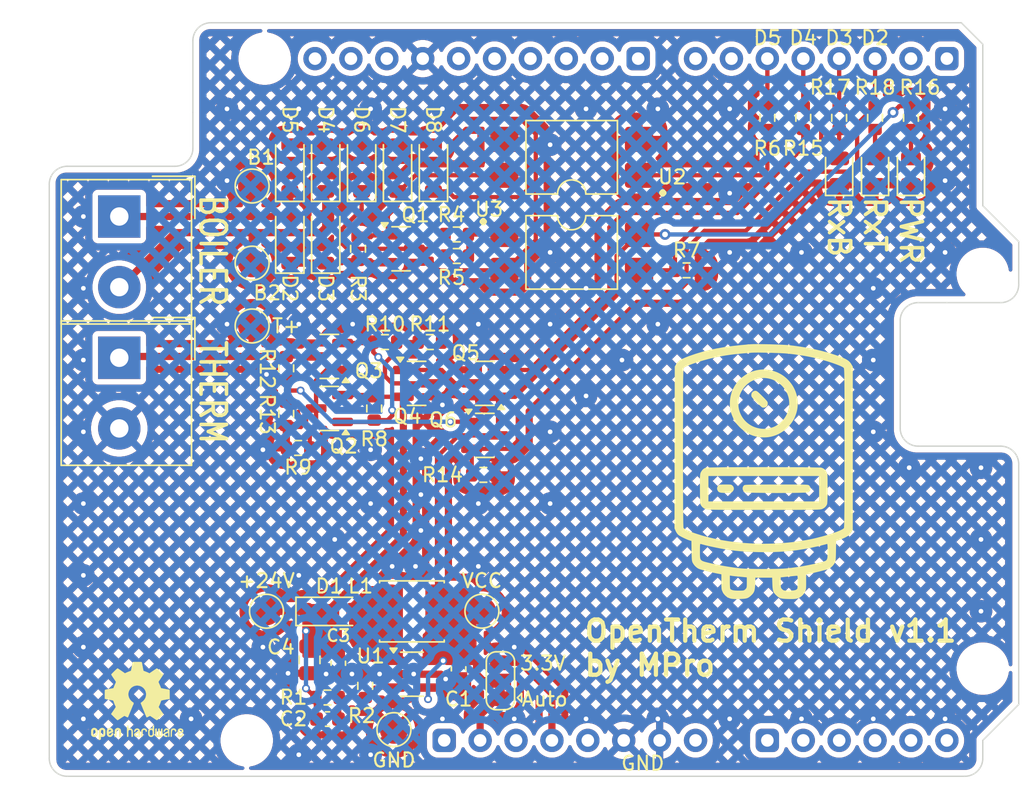
<source format=kicad_pcb>
(kicad_pcb (version 20241229) (generator "pcbnew") (generator_version "9.0")
  (title_block (title "OpenTherm Arduino Shield") (date "2025-03-31") (rev "1.1") (company "© 2025 MPro") (comment 1 "Designed by MPro") (comment 4 "Licensed under CERN-OHL-P v2 or any later version"))
  (layers (0 "F.Cu" signal) (2 "B.Cu" signal) (13 "F.Paste" user) (15 "B.Paste" user) (5 "F.SilkS" user "F.Silkscreen") (7 "B.SilkS" user "B.Silkscreen") (1 "F.Mask" user) (3 "B.Mask" user) (25 "Edge.Cuts" user))
  (net 0 "")
  (net 8 "SLAVE OUT")
  (net 11 "GND")
  (net 14 "MASTER IN")
  (net 18 "SLAVE IN")
  (net 24 "MASTER OUT")
  (net 26 "VCC")
  (net 27 "Net-(A1-IOREF)")
  (net 31 "Net-(U1-FB)")
  (net 32 "+24V")
  (net 33 "Net-(D1-A)")
  (net 34 "Net-(D2-K)")
  (net 35 "Net-(D2-A)")
  (net 36 "Net-(D3-A)")
  (net 37 "Net-(D4-A)")
  (net 38 "Net-(D6-K)")
  (net 39 "Net-(D7-K)")
  (net 40 "Net-(D8-K)")
  (net 41 "Net-(D9-A)")
  (net 42 "Net-(D10-A)")
  (net 43 "Net-(D11-A)")
  (net 44 "Net-(J2-Pin_1)")
  (net 45 "Net-(Q2-C)")
  (net 46 "Net-(Q2-B)")
  (net 47 "Net-(Q4-B)")
  (net 48 "Net-(Q4-C)")
  (net 49 "Net-(Q5-E)")
  (net 50 "Net-(Q6-B)")
  (net 51 "Net-(R4-Pad2)")
  (net 52 "Net-(R6-Pad2)")
  (net 53 "Net-(R10-Pad1)")
  (net 54 "Net-(A1-3V3)")
  (footprint "footprints:SOT-23" (layer "F.Cu") (at 88.519 60.706 180)
    (property "Reference" "Q3")
    (property "Value" "MMBT2907A")
  )
  (footprint "footprints:R_0603_1608Metric" (layer "F.Cu") (at 90.551 53.086 -90)
    (property "Reference" "R3")
    (property "Value" "330")
  )
  (footprint "footprints:SOT-23" (layer "F.Cu") (at 94.6935 62.611)
    (property "Reference" "Q4")
    (property "Value" "MMBT2907A")
  )
  (footprint "footprints:D_SOD-123" (layer "F.Cu") (at 85.725 52.45 90)
    (property "Reference" "D2")
    (property "Value" "1N4148W")
  )
  (footprint "footprints:SolderJumper-3_P1.3mm_Bridged12_RoundedPad1.0x1.5mm" (layer "F.Cu") (at 100.6256 83.663 90)
    (property "Reference" "JP1")
    (property "Value" "VCC" (hide yes))
  )
  (footprint "footprints:SOT-23-5" (layer "F.Cu") (at 94.361 83.198)
    (property "Reference" "U1")
    (property "Value" "MT3540-F23")
  )
  (footprint "footprints:R_0603_1608Metric" (layer "F.Cu") (at 88.392 84.849)
    (property "Reference" "R1")
    (property "Value" "240k")
  )
  (footprint "footprints:Altech_AK100_1x02_P5.00mm" (layer "F.Cu") (at 73.66 60.8 -90)
    (property "Reference" "J2")
    (property "Value" "THERM")
  )
  (footprint "footprints:R_0603_1608Metric" (layer "F.Cu") (at 85.471 64.77 -90)
    (property "Reference" "R13")
    (property "Value" "10k")
  )
  (footprint "footprints:SMDIP-4_W9.53mm" (layer "F.Cu") (at 105.664 53.34)
    (property "Reference" "U3")
    (property "Value" "LTV-817S")
  )
  (footprint "footprints:D_SOD-123" (layer "F.Cu") (at 90.805 47.37 90)
    (property "Reference" "D6")
    (property "Value" "4V7")
  )
  (footprint "footprints:D_SOD-123" (layer "F.Cu") (at 85.725 47.37 90)
    (property "Reference" "D5")
    (property "Value" "1N4148W")
  )
  (footprint "footprints:TestPoint_Pad_D2.0mm" (layer "F.Cu") (at 99.314 78.74)
    (property "Reference" "TP1")
    (property "Value" "VCC")
  )
  (footprint "footprints:Arduino_UNO_R3_WithMountingHoles_Profiled" (layer "F.Cu") (at 68.707 39.624)
    (property "Reference" "A1")
    (property "Value" "Arduino UNO R3 Shield")
    (fp_line (start 0 8.89) (end 0 49.53) (stroke (width 0.1)) (layer "Edge.Cuts"))
    (fp_line (start 1.27 50.8) (end 64.77 50.8) (stroke (width 0.1)) (layer "Edge.Cuts"))
    (fp_line (start 8.89 7.62) (end 1.27 7.62) (stroke (width 0.1)) (layer "Edge.Cuts"))
    (fp_line (start 10.16 -1.27) (end 10.16 3.81) (stroke (width 0.1)) (layer "Edge.Cuts"))
    (fp_line (start 10.16 3.81) (end 10.16 6.35) (stroke (width 0.1)) (layer "Edge.Cuts"))
    (fp_line (start 60.198 18.542) (end 60.198 26.162) (stroke (width 0.1)) (layer "Edge.Cuts"))
    (fp_line (start 61.468 27.432) (end 67.31 27.432) (stroke (width 0.1)) (layer "Edge.Cuts"))
    (fp_line (start 63.5 17.272) (end 61.468 17.272) (stroke (width 0.1)) (layer "Edge.Cuts"))
    (fp_line (start 64.52 -2.54) (end 11.43 -2.54) (stroke (width 0.1)) (layer "Edge.Cuts"))
    (fp_line (start 66.04 -1.02) (end 64.52 -2.54) (stroke (width 0.1)) (layer "Edge.Cuts"))
    (fp_line (start 66.04 10.41) (end 66.04 -1.02) (stroke (width 0.1)) (layer "Edge.Cuts"))
    (fp_line (start 66.04 48.26) (end 68.58 45.72) (stroke (width 0.1)) (layer "Edge.Cuts"))
    (fp_line (start 66.04 49.53) (end 66.04 48.26) (stroke (width 0.1)) (layer "Edge.Cuts"))
    (fp_line (start 67.31 17.272) (end 63.5 17.272) (stroke (width 0.1)) (layer "Edge.Cuts"))
    (fp_line (start 68.58 12.95) (end 66.04 10.41) (stroke (width 0.1)) (layer "Edge.Cuts"))
    (fp_line (start 68.58 14.478) (end 68.58 12.95) (stroke (width 0.1)) (layer "Edge.Cuts"))
    (fp_line (start 68.58 16.002) (end 68.58 14.478) (stroke (width 0.1)) (layer "Edge.Cuts"))
    (fp_line (start 68.58 45.72) (end 68.58 28.702) (stroke (width 0.1)) (layer "Edge.Cuts"))
    (fp_arc (start 0 8.89) (mid 0.371974 7.991974) (end 1.27 7.62) (stroke (width 0.1)) (layer "Edge.Cuts"))
    (fp_arc (start 1.27 50.8) (mid 0.371974 50.428026) (end 0 49.53) (stroke (width 0.1)) (layer "Edge.Cuts"))
    (fp_arc (start 10.16 -1.27) (mid 10.531974 -2.168026) (end 11.43 -2.54) (stroke (width 0.1)) (layer "Edge.Cuts"))
    (fp_arc (start 10.16 6.35) (mid 9.788026 7.248026) (end 8.89 7.62) (stroke (width 0.1)) (layer "Edge.Cuts"))
    (fp_arc (start 60.198 18.542) (mid 60.569974 17.643974) (end 61.468 17.272) (stroke (width 0.1)) (layer "Edge.Cuts"))
    (fp_arc (start 61.468 27.432) (mid 60.569974 27.060026) (end 60.198 26.162) (stroke (width 0.1)) (layer "Edge.Cuts"))
    (fp_arc (start 66.04 49.53) (mid 65.668026 50.428026) (end 64.77 50.8) (stroke (width 0.1)) (layer "Edge.Cuts"))
    (fp_arc (start 67.31 27.432) (mid 68.208026 27.803974) (end 68.58 28.702) (stroke (width 0.1)) (layer "Edge.Cuts"))
    (fp_arc (start 68.58 16.002) (mid 68.208026 16.900026) (end 67.31 17.272) (stroke (width 0.1)) (layer "Edge.Cuts"))
  )
  (footprint "footprints:R_0603_1608Metric" (layer "F.Cu") (at 92.456 59.69 180)
    (property "Reference" "R10")
    (property "Value" "20")
  )
  (footprint "footprints:R_0603_1608Metric" (layer "F.Cu") (at 95.631 59.69 180)
    (property "Reference" "R11")
    (property "Value" "20")
  )
  (footprint "footprints:TestPoint_Pad_D2.0mm" (layer "F.Cu") (at 83.058 54.102)
    (property "Reference" "TP6")
    (property "Value" "B2")
  )
  (footprint "footprints:C_0603_1608Metric" (layer "F.Cu") (at 97.663 82.817 -90)
    (property "Reference" "C1")
    (property "Value" "10u")
  )
  (footprint "footprints:SOT-23" (layer "F.Cu") (at 99.5195 62.611 180)
    (property "Reference" "Q5")
    (property "Value" "MMBT2222A")
  )
  (footprint "footprints:R_0603_1608Metric" (layer "F.Cu") (at 97.536 52.07)
    (property "Reference" "R4")
    (property "Value" "220")
  )
  (footprint "footprints:D_SOD-123" (layer "F.Cu") (at 88.265 47.37 90)
    (property "Reference" "D4")
    (property "Value" "1N4148W")
  )
  (footprint "footprints:TestPoint_Pad_D2.0mm" (layer "F.Cu") (at 93.091 87.122)
    (property "Reference" "TP2")
    (property "Value" "GND")
  )
  (footprint "footprints:R_0603_1608Metric" (layer "F.Cu") (at 124.587 43.815 90)
    (property "Reference" "R17")
    (property "Value" "1k1")
  )
  (footprint "footprints:D_SOD-123" (layer "F.Cu") (at 88.519 78.753)
    (property "Reference" "D1")
    (property "Value" "1N5819W")
  )
  (footprint "footprints:TestPoint_Pad_D2.0mm" (layer "F.Cu") (at 83.058 48.641)
    (property "Reference" "TP5")
    (property "Value" "B1")
  )
  (footprint "footprints:R_0603_1608Metric" (layer "F.Cu") (at 99.4156 69.088)
    (property "Reference" "R14")
    (property "Value" "1k")
  )
  (footprint "footprints:R_0603_1608Metric" (layer "F.Cu") (at 86.3092 67.183 180)
    (property "Reference" "R9")
    (property "Value" "33k")
  )
  (footprint "footprints:LED_0805_2012Metric" (layer "F.Cu") (at 129.667 47.625 90)
    (property "Reference" "D9")
    (property "Value" "PWR")
  )
  (footprint "footprints:C_0805_2012Metric" (layer "F.Cu") (at 87.122 82.182 -90)
    (property "Reference" "C4")
    (property "Value" "10u")
  )
  (footprint "footprints:SOT-23" (layer "F.Cu") (at 93.599 53.086)
    (property "Reference" "Q1")
    (property "Value" "MMBT2907A")
  )
  (footprint "footprints:LED_0805_2012Metric" (layer "F.Cu") (at 124.587 47.625 90)
    (property "Reference" "D10")
    (property "Value" "RxB")
  )
  (footprint "footprints:SMDIP-4_W9.53mm" (layer "F.Cu") (at 105.664 46.609 180)
    (property "Reference" "U2")
    (property "Value" "LTV-817S")
  )
  (footprint "footprints:OSHW-Logo2_7.3x6mm_SilkScreen" (layer "F.Cu") (at 74.93 85.09)
    (property "Reference" "LOGO3")
    (property "Value" "Logo_Open_Hardware_Small")
  )
  (footprint "footprints:R_0603_1608Metric" (layer "F.Cu") (at 127.127 43.815 90)
    (property "Reference" "R18")
    (property "Value" "1k5")
  )
  (footprint "footprints:D_SOD-123" (layer "F.Cu") (at 88.265 52.45 90)
    (property "Reference" "D3")
    (property "Value" "1N4148W")
  )
  (footprint "footprints:R_0603_1608Metric" (layer "F.Cu") (at 91.694 64.389 -90)
    (property "Reference" "R8")
    (property "Value" "100")
  )
  (footprint "footprints:R_0603_1608Metric" (layer "F.Cu") (at 122.047 43.815 -90)
    (property "Reference" "R15")
    (property "Value" "4k7")
  )
  (footprint "footprints:Inductor_4.2x4.4mm" (layer "F.Cu") (at 94.361 78.753 180)
    (property "Reference" "L1")
    (property "Value" "10uH")
  )
  (footprint "footprints:C_0603_1608Metric" (layer "F.Cu") (at 89.154 82.423 -90)
    (property "Reference" "C3")
    (property "Value" "100n")
  )
  (footprint "footprints:D_SOD-123" (layer "F.Cu") (at 95.885 47.371 90)
    (property "Reference" "D8")
    (property "Value" "4V3")
  )
  (footprint "footprints:C_0603_1608Metric" (layer "F.Cu") (at 88.392 86.373)
    (property "Reference" "C2")
    (property "Value" "22p")
  )
  (footprint "footprints:Altech_AK100_1x02_P5.00mm" (layer "F.Cu") (at 73.66 50.8 -90)
    (property "Reference" "J1")
    (property "Value" "BOILER")
  )
  (footprint "footprints:R_0603_1608Metric" (layer "F.Cu") (at 97.536 53.594 180)
    (property "Reference" "R5")
    (property "Value" "100")
  )
  (footprint "footprints:R_0603_1608Metric" (layer "F.Cu") (at 129.667 43.815 90)
    (property "Reference" "R16")
    (property "Value" "1k8")
  )
  (footprint "footprints:SOT-23" (layer "F.Cu") (at 88.519 64.389 180)
    (property "Reference" "Q2")
    (property "Value" "MMBT2907A")
  )
  (footprint "footprints:TestPoint_Pad_D2.0mm" (layer "F.Cu") (at 83.058 58.547)
    (property "Reference" "TP4")
    (property "Value" "T+")
  )
  (footprint "footprints:R_0603_1608Metric" (layer "F.Cu") (at 119.507 43.815 -90)
    (property "Reference" "R6")
    (property "Value" "560")
  )
  (footprint "footprints:TestPoint_Pad_D2.0mm" (layer "F.Cu") (at 84.074 78.74)
    (property "Reference" "TP3")
    (property "Value" "+24V")
  )
  (footprint "footprints:SOT-23" (layer "F.Cu") (at 99.5195 66.294)
    (property "Reference" "Q6")
    (property "Value" "MMBT2222A")
  )
  (footprint "footprints:D_SOD-123" (layer "F.Cu") (at 93.345 47.371 90)
    (property "Reference" "D7")
    (property "Value" "13V")
  )
  (footprint "footprints:R_0603_1608Metric" (layer "F.Cu") (at 91.059 84.0232 90)
    (property "Reference" "R2")
    (property "Value" "13k")
  )
  (footprint "footprints:LED_0805_2012Metric" (layer "F.Cu") (at 127.127 47.625 90)
    (property "Reference" "D11")
    (property "Value" "RxT")
  )
  (footprint "footprints:R_0603_1608Metric" (layer "F.Cu") (at 85.471 61.5442 90)
    (property "Reference" "R12")
    (property "Value" "20k")
  )
  (footprint "footprints:R_0603_1608Metric" (layer "F.Cu") (at 113.792 54.61)
    (property "Reference" "R7")
    (property "Value" "10k")
  )
  (gr_poly (pts (xy 119.317437 61.630994) (xy 119.445327 61.638926) (xy 119.572974 61.653642) (xy 119.699949 61.675046) (xy 119.825823 61.703038) (xy 119.950168 61.737521) (xy 120.072554 61.778396) (xy 120.192553 61.825566) (xy 120.309735 61.878931) (xy 120.423673 61.938394) (xy 120.533935 62.003857) (xy 120.640095 62.075222) (xy 120.741723 62.152389) (xy 120.842675 62.237801) (xy 120.937821 62.327191) (xy 121.027144 62.420318) (xy 121.110624 62.516942) (xy 121.188244 62.616825) (xy 121.259986 62.719727) (xy 121.325831 62.825407) (xy 121.385763 62.933626) (xy 121.439762 63.044146) (xy 121.48781 63.156725) (xy 121.529889 63.271124) (xy 121.565982 63.387104) (xy 121.596071 63.504425) (xy 121.620136 63.622848) (xy 121.63816 63.742132) (xy 121.650125 63.862038) (xy 121.656013 63.982327) (xy 121.655806 64.102758) (xy 121.649486 64.223093) (xy 121.637034 64.343091) (xy 121.618432 64.462512) (xy 121.593664 64.581118) (xy 121.562709 64.698669) (xy 121.525551 64.814924) (xy 121.48217 64.929644) (xy 121.43255 65.04259) (xy 121.376672 65.153522) (xy 121.314518 65.262201) (xy 121.246069 65.368385) (xy 121.171309 65.471837) (xy 121.090218 65.572316) (xy 121.002778 65.669583) (xy 120.881898 65.789627) (xy 120.756226 65.899688) (xy 120.626018 65.999703) (xy 120.491526 66.089609) (xy 120.353003 66.169346) (xy 120.210703 66.238851) (xy 120.064878 66.298062) (xy 119.915782 66.346917) (xy 119.763668 66.385354) (xy 119.608789 66.413311) (xy 119.451399 66.430726) (xy 119.291751 66.437537) (xy 119.130097 66.433682) (xy 118.966692 66.419098) (xy 118.801788 66.393725) (xy 118.635639 66.3575) (xy 118.520893 66.324756) (xy 118.40592 66.283734) (xy 118.291319 66.234919) (xy 118.177689 66.178796) (xy 118.065631 66.115853) (xy 117.955743 66.046574) (xy 117.848624 65.971445) (xy 117.744875 65.890952) (xy 117.645095 65.805581) (xy 117.549883 65.715817) (xy 117.459838 65.622146) (xy 117.375561 65.525055) (xy 117.29765 65.425028) (xy 117.226705 65.322552) (xy 117.163326 65.218113) (xy 117.108111 65.112195) (xy 117.075028 65.041742) (xy 117.044528 64.973061) (xy 117.016551 64.905858) (xy 116.991033 64.839839) (xy 116.967913 64.774708) (xy 116.947129 64.710172) (xy 116.928618 64.645936) (xy 116.912319 64.581705) (xy 116.89817 64.517184) (xy 116.886109 64.45208) (xy 116.876074 64.386097) (xy 116.868002 64.31894) (xy 116.861831 64.250317) (xy 116.857501 64.179931) (xy 116.854948 64.107488) (xy 116.854414 64.059795) (xy 117.453988 64.059795) (xy 117.461633 64.212157) (xy 117.470441 64.28838) (xy 117.482631 64.364497) (xy 117.498247 64.440404) (xy 117.517333 64.516) (xy 117.555943 64.638674) (xy 117.602061 64.755938) (xy 117.655299 64.867695) (xy 117.715268 64.973847) (xy 117.781581 65.074296) (xy 117.853848 65.168945) (xy 117.931682 65.257696) (xy 118.014695 65.340453) (xy 118.102499 65.417117) (xy 118.194704 65.48759) (xy 118.290924 65.551776) (xy 118.390769 65.609577) (xy 118.493852 65.660895) (xy 118.599784 65.705632) (xy 118.708177 65.743692) (xy 118.818643 65.774976) (xy 118.930793 65.799387) (xy 119.044241 65.816828) (xy 119.158596 65.8272) (xy 119.273471 65.830407) (xy 119.388478 65.826351) (xy 119.503229 65.814935) (xy 119.617335 65.79606) (xy 119.730408 65.769629) (xy 119.84206 65.735545) (xy 119.951903 65.69371) (xy 120.059548 65.644027) (xy 120.164607 65.586398) (xy 120.266693 65.520726) (xy 120.365416 65.446913) (xy 120.460389 65.364861) (xy 120.551223 65.274473) (xy 120.631248 65.182819) (xy 120.704585 65.087935) (xy 120.771163 64.990064) (xy 120.830909 64.889449) (xy 120.883752 64.786333) (xy 120.929618 64.680958) (xy 120.968436 64.573569) (xy 121.000132 64.464406) (xy 121.024636 64.353714) (xy 121.041873 64.241736) (xy 121.051773 64.128713) (xy 121.054262 64.01489) (xy 121.049268 63.900509) (xy 121.03672 63.785812) (xy 121.016543 63.671043) (xy 120.988668 63.556445) (xy 120.951319 63.43889) (xy 120.905682 63.324596) (xy 120.852149 63.213931) (xy 120.791112 63.107259) (xy 120.722964 63.004949) (xy 120.648099 62.907368) (xy 120.566908 62.814882) (xy 120.479785 62.727858) (xy 120.387123 62.646663) (xy 120.289313 62.571664) (xy 120.186749 62.503228) (xy 120.079824 62.441722) (xy 119.96893 62.387512) (xy 119.854459 62.340967) (xy 119.736806 62.302451) (xy 119.616362 62.272333) (xy 119.536925 62.256874) (xy 119.458604 62.244897) (xy 119.381275 62.236413) (xy 119.304815 62.231433) (xy 119.229098 62.229967) (xy 119.154002 62.232026) (xy 119.079402 62.237619) (xy 119.005174 62.246757) (xy 118.931194 62.259451) (xy 118.857338 62.27571) (xy 118.783482 62.295545) (xy 118.709502 62.318966) (xy 118.635274 62.345984) (xy 118.560674 62.37661) (xy 118.485578 62.410852) (xy 118.409861 62.448722) (xy 118.3418 62.486512) (xy 118.275892 62.527052) (xy 118.21218 62.57024) (xy 118.150707 62.615975) (xy 118.034659 62.714675) (xy 117.928099 62.822336) (xy 117.831378 62.938141) (xy 117.744848 63.061274) (xy 117.668859 63.190918) (xy 117.603764 63.326257) (xy 117.549914 63.466474) (xy 117.50766 63.610753) (xy 117.477353 63.758277) (xy 117.459345 63.90823) (xy 117.453988 64.059795) (xy 116.854414 64.059795) (xy 116.854111 64.032695) (xy 116.856474 63.924429) (xy 116.863503 63.817324) (xy 116.875113 63.711486) (xy 116.891215 63.607019) (xy 116.911722 63.50403) (xy 116.936548 63.402625) (xy 116.965605 63.302909) (xy 116.998805 63.20499) (xy 117.036062 63.108972) (xy 117.077289 63.014962) (xy 117.122397 62.923065) (xy 117.171301 62.833388) (xy 117.223912 62.746036) (xy 117.280145 62.661116) (xy 117.33991 62.578733) (xy 117.403122 62.498993) (xy 117.469692 62.422002) (xy 117.539534 62.347867) (xy 117.612561 62.276693) (xy 117.688686 62.208585) (xy 117.76782 62.143651) (xy 117.849877 62.081995) (xy 117.93477 62.023724) (xy 118.022412 61.968944) (xy 118.112715 61.917761) (xy 118.205592 61.87028) (xy 118.300956 61.826608) (xy 118.39872 61.78685) (xy 118.498796 61.751113) (xy 118.601098 61.719502) (xy 118.705537 61.692124) (xy 118.812028 61.669083) (xy 118.9366 61.648892) (xy 119.062645 61.635879) (xy 119.189734 61.629946)) (fill yes) (layer "F.SilkS"))
  (gr_poly (pts (xy 119.654726 59.843459) (xy 120.478627 59.87146) (xy 120.813291 59.889347) (xy 121.052167 59.908722) (xy 121.556915 59.969963) (xy 122.053394 60.044762) (xy 122.53896 60.132461) (xy 123.010965 60.232396) (xy 123.466765 60.343907) (xy 123.903714 60.466332) (xy 124.319165 60.59901) (xy 124.710472 60.741278) (xy 124.788866 60.772526) (xy 124.861533 60.802911) (xy 124.928785 60.832645) (xy 124.990931 60.861939) (xy 125.048282 60.891006) (xy 125.101147 60.920058) (xy 125.149836 60.949306) (xy 125.19466 60.978962) (xy 125.235929 61.009238) (xy 125.273953 61.040346) (xy 125.309041 61.072499) (xy 125.341504 61.105907) (xy 125.371652 61.140782) (xy 125.399795 61.177337) (xy 125.426243 61.215783) (xy 125.451306 61.256333) (xy 125.550084 61.425667) (xy 125.550084 67.193583) (xy 125.550084 72.961501) (xy 125.472473 73.102611) (xy 125.445714 73.14965) (xy 125.416814 73.194333) (xy 125.385455 73.236866) (xy 125.351316 73.277456) (xy 125.314076 73.31631) (xy 125.273415 73.353634) (xy 125.229013 73.389636) (xy 125.180549 73.424521) (xy 125.127703 73.458496) (xy 125.070154 73.491769) (xy 125.007583 73.524546) (xy 124.939668 73.557033) (xy 124.866089 73.589437) (xy 124.786526 73.621966) (xy 124.700659 73.654825) (xy 124.608167 73.688222) (xy 124.371807 73.769361) (xy 124.361223 74.478444) (xy 124.357289 74.694824) (xy 124.3552 74.785124) (xy 124.3529 74.864736) (xy 124.350289 74.934593) (xy 124.34727 74.995622) (xy 124.343745 75.048756) (xy 124.339615 75.094924) (xy 124.334783 75.135056) (xy 124.329149 75.170082) (xy 124.326001 75.185971) (xy 124.322616 75.200933) (xy 124.318982 75.215083) (xy 124.315086 75.228539) (xy 124.310917 75.241415) (xy 124.306461 75.253829) (xy 124.296641 75.277735) (xy 124.28553 75.301185) (xy 124.273029 75.325112) (xy 124.254202 75.358739) (xy 124.233541 75.392057) (xy 124.211195 75.424919) (xy 124.187315 75.457183) (xy 124.162049 75.488702) (xy 124.135549 75.519332) (xy 124.107963 75.548929) (xy 124.079442 75.577347) (xy 124.050135 75.604443) (xy 124.020193 75.630071) (xy 123.989765 75.654087) (xy 123.959001 75.676345) (xy 123.928051 75.696702) (xy 123.897065 75.715013) (xy 123.866192 75.731132) (xy 123.835584 75.744916) (xy 123.754817 75.773621) (xy 123.632626 75.810511) (xy 123.47852 75.853189) (xy 123.302007 75.899257) (xy 122.919794 75.991971) (xy 122.733112 76.033822) (xy 122.562056 76.069472) (xy 122.251612 76.129444) (xy 122.251612 76.662139) (xy 122.251288 76.831824) (xy 122.250705 76.90238) (xy 122.249682 76.964591) (xy 122.248102 77.019339) (xy 122.245844 77.06751) (xy 122.242791 77.109985) (xy 122.238823 77.14765) (xy 122.233822 77.181387) (xy 122.230896 77.197058) (xy 122.227668 77.21208) (xy 122.224121 77.226561) (xy 122.220243 77.240613) (xy 122.211427 77.26787) (xy 122.201103 77.294734) (xy 122.189151 77.322089) (xy 122.175453 77.350818) (xy 122.159889 77.381806) (xy 122.138601 77.422069) (xy 122.115757 77.460823) (xy 122.091374 77.498047) (xy 122.065466 77.533721) (xy 122.038049 77.567824) (xy 122.009139 77.600335) (xy 121.978751 77.631234) (xy 121.9469 77.6605) (xy 121.913602 77.688113) (xy 121.878873 77.714051) (xy 121.842728 77.738294) (xy 121.805182 77.760822) (xy 121.766252 77.781613) (xy 121.725952 77.800647) (xy 121.684298 77.817904) (xy 121.641306 77.833362) (xy 121.591269 77.847769) (xy 121.537346 77.859324) (xy 121.476974 77.86815) (xy 121.40759 77.874371) (xy 121.326631 77.878113) (xy 121.231532 77.879497) (xy 121.119732 77.87865) (xy 120.988668 77.875695) (xy 120.894397 77.872842) (xy 120.809474 77.869411) (xy 120.733078 77.865153) (xy 120.664387 77.85982) (xy 120.60258 77.853164) (xy 120.546834 77.844937) (xy 120.520977 77.840157) (xy 120.496328 77.834891) (xy 120.472783 77.829109) (xy 120.45024 77.822778) (xy 120.428596 77.815869) (xy 120.407749 77.80835) (xy 120.387596 77.800191) (xy 120.368033 77.791359) (xy 120.348959 77.781825) (xy 120.330271 77.771557) (xy 120.311865 77.760524) (xy 120.29364 77.748695) (xy 120.275492 77.73604) (xy 120.257319 77.722526) (xy 120.220487 77.692802) (xy 120.182321 77.659274) (xy 120.142001 77.621695) (xy 120.102361 77.584015) (xy 120.066642 77.547301) (xy 120.034635 77.510949) (xy 120.006126 77.474355) (xy 119.980903 77.436912) (xy 119.958756 77.398018) (xy 119.939471 77.357067) (xy 119.922837 77.313455) (xy 119.908642 77.266577) (xy 119.896675 77.215828) (xy 119.886723 77.160604) (xy 119.878575 77.1003) (xy 119.872018 77.034312) (xy 119.866841 76.962035) (xy 119.862831 76.882864) (xy 119.859778 76.796195) (xy 119.845668 76.365805) (xy 119.253 76.365805) (xy 118.660334 76.365805) (xy 118.646222 76.796195) (xy 118.643169 76.882864) (xy 118.63916 76.962035) (xy 118.633983 77.034312) (xy 118.627426 77.1003) (xy 118.619278 77.160604) (xy 118.609326 77.215828) (xy 118.603607 77.241724) (xy 118.597358 77.266577) (xy 118.590553 77.290462) (xy 118.583164 77.313455) (xy 118.575165 77.335631) (xy 118.56653 77.357067) (xy 118.557232 77.377837) (xy 118.547245 77.398018) (xy 118.536542 77.417685) (xy 118.525097 77.436912) (xy 118.512884 77.455777) (xy 118.499875 77.474355) (xy 118.486045 77.49272) (xy 118.471366 77.510949) (xy 118.439358 77.547301) (xy 118.40364 77.584015) (xy 118.364 77.621695) (xy 118.32368 77.659274) (xy 118.285514 77.692802) (xy 118.248682 77.722526) (xy 118.212361 77.748695) (xy 118.17573 77.771557) (xy 118.137967 77.791359) (xy 118.098251 77.80835) (xy 118.05576 77.822778) (xy 118.009673 77.834891) (xy 117.959167 77.844937) (xy 117.903421 77.853164) (xy 117.841613 77.85982) (xy 117.772922 77.865153) (xy 117.696527 77.869411) (xy 117.517333 77.875695) (xy 117.386268 77.87865) (xy 117.274468 77.879497) (xy 117.224991 77.879092) (xy 117.17937 77.878113) (xy 117.137283 77.876544) (xy 117.09841 77.874371) (xy 117.062431 77.871578) (xy 117.029026 77.86815) (xy 116.997874 77.86407) (xy 116.968654 77.859324) (xy 116.941047 77.853895) (xy 116.914731 77.847769) (xy 116.889387 77.84093) (xy 116.864694 77.833362) (xy 116.821702 77.817904) (xy 116.780049 77.800647) (xy 116.739749 77.781613) (xy 116.700818 77.760822) (xy 116.663273 77.738294) (xy 116.627128 77.714051) (xy 116.592399 77.688113) (xy 116.559101 77.6605) (xy 116.52725 77.631234) (xy 116.496862 77.600335) (xy 116.467951 77.567824) (xy 116.440534 77.533721) (xy 116.414627 77.498047) (xy 116.390243 77.460823) (xy 116.3674 77.422069) (xy 116.346112 77.381806) (xy 116.316849 77.322089) (xy 116.304897 77.294734) (xy 116.294573 77.26787) (xy 116.285758 77.240613) (xy 116.278333 77.21208) (xy 116.272179 77.181387) (xy 116.267177 77.14765) (xy 116.263209 77.109985) (xy 116.260156 77.06751) (xy 116.256318 76.964591) (xy 116.254713 76.831824) (xy 116.254389 76.662139) (xy 116.254389 76.640972) (xy 116.854111 76.640972) (xy 116.854586 76.727285) (xy 116.85593 76.81025) (xy 116.858018 76.887841) (xy 116.860726 76.958031) (xy 116.86393 77.018796) (xy 116.867506 77.068109) (xy 116.87133 77.103945) (xy 116.873296 77.116177) (xy 116.875278 77.124279) (xy 116.885268 77.145246) (xy 116.898147 77.164524) (xy 116.914074 77.182158) (xy 116.933211 77.198196) (xy 116.955717 77.212683) (xy 116.981752 77.225667) (xy 117.011477 77.237193) (xy 117.045052 77.247309) (xy 117.082637 77.25606) (xy 117.124393 77.263494) (xy 117.170479 77.269657) (xy 117.221055 77.274594) (xy 117.276283 77.278354) (xy 117.336321 77.280982) (xy 117.401331 77.282524) (xy 117.471472 77.283028) (xy 117.536198 77.282964) (xy 117.593229 77.282683) (xy 117.643222 77.282051) (xy 117.686832 77.280933) (xy 117.706449 77.28015) (xy 117.724717 77.279195) (xy 117.741718 77.278052) (xy 117.757533 77.276703) (xy 117.772244 77.275132) (xy 117.785935 77.273321) (xy 117.798686 77.271255) (xy 117.81058 77.268917) (xy 117.821699 77.266289) (xy 117.832125 77.263355) (xy 117.84194 77.260098) (xy 117.851225 77.256501) (xy 117.860064 77.252547) (xy 117.868538 77.24822) (xy 117.876729 77.243503) (xy 117.884719 77.23838) (xy 117.89259 77.232832) (xy 117.900424 77.226844) (xy 117.908304 77.220398) (xy 117.91631 77.213478) (xy 117.933034 77.198149) (xy 117.951251 77.180722) (xy 117.984007 77.145803) (xy 117.997372 77.129966) (xy 118.008908 77.114356) (xy 118.018749 77.098333) (xy 118.027029 77.081256) (xy 118.033883 77.062483) (xy 118.039445 77.041375) (xy 118.043849 77.01729) (xy 118.047231 76.989588) (xy 118.049723 76.957628) (xy 118.051461 76.920769) (xy 118.053211 76.829791) (xy 118.053556 76.711528) (xy 118.053556 76.344638) (xy 120.452445 76.344638) (xy 120.452445 76.711528) (xy 120.452508 76.774391) (xy 120.452789 76.829791) (xy 120.453421 76.878371) (xy 120.454539 76.920769) (xy 120.455322 76.939851) (xy 120.456277 76.957628) (xy 120.457421 76.974181) (xy 120.45877 76.989588) (xy 120.460341 77.003932) (xy 120.462151 77.01729) (xy 120.464217 77.029745) (xy 120.466556 77.041375) (xy 120.469184 77.052261) (xy 120.472118 77.062483) (xy 120.475375 77.072121) (xy 120.478972 77.081256) (xy 120.482925 77.089966) (xy 120.487252 77.098333) (xy 120.491969 77.106436) (xy 120.497093 77.114356) (xy 120.502641 77.122173) (xy 120.508629 77.129966) (xy 120.515074 77.137816) (xy 120.521994 77.145803) (xy 120.537323 77.162508) (xy 120.55475 77.180722) (xy 120.58969 77.213478) (xy 120.605577 77.226844) (xy 120.621282 77.23838) (xy 120.637463 77.24822) (xy 120.654775 77.256501) (xy 120.673876 77.263355) (xy 120.695421 77.268917) (xy 120.720066 77.273321) (xy 120.748468 77.276703) (xy 120.781284 77.279195) (xy 120.819168 77.280933) (xy 120.912771 77.282683) (xy 121.034528 77.283028) (xy 121.104669 77.282524) (xy 121.169679 77.280982) (xy 121.229717 77.278354) (xy 121.284945 77.274594) (xy 121.335521 77.269657) (xy 121.359116 77.266731) (xy 121.381607 77.263494) (xy 121.403016 77.259939) (xy 121.423363 77.25606) (xy 121.442667 77.251852) (xy 121.460948 77.247309) (xy 121.478227 77.242425) (xy 121.494523 77.237193) (xy 121.509857 77.231609) (xy 121.524248 77.225667) (xy 121.537717 77.21936) (xy 121.550284 77.212683) (xy 121.561968 77.205631) (xy 121.57279 77.198196) (xy 121.582769 77.190374) (xy 121.591926 77.182158) (xy 121.600281 77.173544) (xy 121.607854 77.164524) (xy 121.614664 77.155093) (xy 121.620732 77.145246) (xy 121.626078 77.134976) (xy 121.630722 77.124279) (xy 121.63467 77.104097) (xy 121.638495 77.068661) (xy 121.642071 77.019912) (xy 121.645275 76.959795) (xy 121.65007 76.813227) (xy 121.651414 76.730662) (xy 121.651889 76.6445) (xy 121.651738 76.507971) (xy 121.651378 76.452535) (xy 121.650677 76.404887) (xy 121.650163 76.383804) (xy 121.649521 76.364453) (xy 121.648737 76.346762) (xy 121.647797 76.330659) (xy 121.646686 76.316073) (xy 121.64539 76.302932) (xy 121.643896 76.291165) (xy 121.642188 76.280699) (xy 121.640253 76.271462) (xy 121.638076 76.263384) (xy 121.635644 76.256393) (xy 121.634327 76.253282) (xy 121.632941 76.250416) (xy 121.631484 76.247786) (xy 121.629955 76.245383) (xy 121.62835 76.243197) (xy 121.62667 76.24122) (xy 121.624911 76.239444) (xy 121.623072 76.237858) (xy 121.621151 76.236454) (xy 121.619147 76.235223) (xy 121.617058 76.234157) (xy 121.614882 76.233245) (xy 121.612616 76.23248) (xy 121.610261 76.231852) (xy 121.60527 76.230971) (xy 121.599896 76.230531) (xy 121.594124 76.230461) (xy 121.58794 76.230689) (xy 121.574279 76.231751) (xy 121.501407 76.236601) (xy 121.364375 76.249389) (xy 120.974556 76.288195) (xy 120.452445 76.344638) (xy 118.053556 76.344638) (xy 117.587889 76.298778) (xy 117.39546 76.281911) (xy 117.217913 76.264382) (xy 117.141026 76.25599) (xy 117.075424 76.248176) (xy 117.023631 76.241189) (xy 116.988167 76.235277) (xy 116.854111 76.214112) (xy 116.854111 76.640972) (xy 116.254389 76.640972) (xy 116.254389 76.129444) (xy 115.947473 76.069472) (xy 115.775252 76.033822) (xy 115.587694 75.991971) (xy 115.394266 75.946317) (xy 115.204434 75.899257) (xy 115.027666 75.853189) (xy 114.87343 75.810511) (xy 114.751191 75.773621) (xy 114.670417 75.744916) (xy 114.639808 75.731132) (xy 114.608936 75.715013) (xy 114.57795 75.696702) (xy 114.547 75.676345) (xy 114.516236 75.654087) (xy 114.485808 75.630071) (xy 114.455866 75.604443) (xy 114.426559 75.577347) (xy 114.398038 75.548929) (xy 114.370452 75.519332) (xy 114.343952 75.488702) (xy 114.318686 75.457183) (xy 114.294806 75.424919) (xy 114.27246 75.392057) (xy 114.251799 75.358739) (xy 114.232973 75.325112) (xy 114.20936 75.277721) (xy 114.199541 75.253783) (xy 114.190915 75.228428) (xy 114.183385 75.200718) (xy 114.176852 75.16971) (xy 114.171218 75.134465) (xy 114.166386 75.094042) (xy 114.158731 74.9939) (xy 114.153101 74.86176) (xy 114.149489 74.720462) (xy 114.737431 74.720462) (xy 114.739258 74.813465) (xy 114.743949 74.893234) (xy 114.752732 74.9612) (xy 114.759043 74.991204) (xy 114.766838 75.018794) (xy 114.776271 75.044149) (xy 114.787497 75.067448) (xy 114.800667 75.08887) (xy 114.815938 75.108594) (xy 114.833461 75.126799) (xy 114.853391 75.143663) (xy 114.875882 75.159365) (xy 114.901087 75.174085) (xy 114.92916 75.188002) (xy 114.960254 75.201294) (xy 115.032124 75.226719) (xy 115.117926 75.251793) (xy 115.21889 75.277948) (xy 115.471223 75.339222) (xy 115.717554 75.395349) (xy 115.975419 75.449575) (xy 116.24147 75.501321) (xy 116.512358 75.550007) (xy 116.784734 75.595055) (xy 117.05525 75.635887) (xy 117.320557 75.671922) (xy 117.577306 75.702584) (xy 117.861085 75.723419) (xy 118.260703 75.738302) (xy 118.737545 75.747232) (xy 119.253 75.750208) (xy 119.768455 75.747232) (xy 120.245298 75.738302) (xy 120.644915 75.723419) (xy 120.928694 75.702584) (xy 121.233496 75.666424) (xy 121.540819 75.624311) (xy 121.848887 75.576576) (xy 122.15592 75.523549) (xy 122.460143 75.465561) (xy 122.759777 75.402943) (xy 123.053044 75.336025) (xy 123.338167 75.265139) (xy 123.478203 75.227305) (xy 123.535085 75.209135) (xy 123.584009 75.190008) (xy 123.605674 75.179746) (xy 123.625574 75.168836) (xy 123.643785 75.157141) (xy 123.66038 75.144526) (xy 123.675436 75.130855) (xy 123.689026 75.11599) (xy 123.701227 75.099795) (xy 123.712112 75.082136) (xy 123.721757 75.062874) (xy 123.730237 75.041874) (xy 123.737626 75.018999) (xy 123.744 74.994113) (xy 123.754001 74.937764) (xy 123.760839 74.871736) (xy 123.765115 74.794939) (xy 123.767426 74.706282) (xy 123.768556 74.489028) (xy 123.768465 74.405227) (xy 123.768157 74.330753) (xy 123.76758 74.265096) (xy 123.767174 74.235413) (xy 123.766682 74.207743) (xy 123.766097 74.18202) (xy 123.765413 74.158182) (xy 123.764622 74.136165) (xy 123.763719 74.115903) (xy 123.762698 74.097334) (xy 123.761551 74.080394) (xy 123.760272 74.065018) (xy 123.758855 74.051142) (xy 123.757293 74.038703) (xy 123.75558 74.027637) (xy 123.75371 74.01788) (xy 123.751675 74.009367) (xy 123.750594 74.005557) (xy 123.74947 74.002035) (xy 123.748302 73.998792) (xy 123.747088 73.99582) (xy 123.745829 73.993111) (xy 123.744522 73.990658) (xy 123.743169 73.988452) (xy 123.741767 73.986485) (xy 123.740316 73.984749) (xy 123.738815 73.983236) (xy 123.737264 73.981939) (xy 123.73566 73.980849) (xy 123.734005 73.979959) (xy 123.732297 73.979259) (xy 123.730534 73.978743) (xy 123.728717 73.978402) (xy 123.726844 73.978229) (xy 123.724915 73.978215) (xy 123.722929 73.978352) (xy 123.720884 73.978632) (xy 123.716618 73.979591) (xy 123.712111 73.981028) (xy 123.646709 74.001691) (xy 123.540793 74.030582) (xy 123.241153 74.104941) (xy 122.880659 74.187899) (xy 122.526779 74.26325) (xy 122.095963 74.343837) (xy 121.663906 74.411196) (xy 121.227385 74.465656) (xy 120.783174 74.507549) (xy 120.32805 74.537204) (xy 119.858786 74.554954) (xy 119.372159 74.561127) (xy 118.864945 74.556057) (xy 118.421292 74.543661) (xy 118.010506 74.524361) (xy 117.62378 74.497207) (xy 117.252309 74.461247) (xy 116.887288 74.415531) (xy 116.51991 74.359107) (xy 116.141369 74.291025) (xy 115.742861 74.210334) (xy 115.535659 74.166181) (xy 115.336726 74.121698) (xy 115.168881 74.081845) (xy 115.103748 74.065205) (xy 115.054944 74.051583) (xy 114.975073 74.030141) (xy 114.900163 74.009691) (xy 114.839144 73.992548) (xy 114.816634 73.98594) (xy 114.800945 73.981028) (xy 114.790348 73.978477) (xy 114.780998 73.977824) (xy 114.772815 73.97964) (xy 114.765722 73.9845) (xy 114.759642 73.992978) (xy 114.754498 74.005646) (xy 114.750211 74.023079) (xy 114.746705 74.045851) (xy 114.743902 74.074534) (xy 114.741723 74.109702) (xy 114.738933 74.201789) (xy 114.737713 74.326702) (xy 114.737445 74.489028) (xy 114.737431 74.720462) (xy 114.149489 74.720462) (xy 114.148712 74.690097) (xy 114.144778 74.471389) (xy 114.134194 73.762307) (xy 114.046 73.74114) (xy 114.00161 73.728326) (xy 113.951164 73.711394) (xy 113.895715 73.690855) (xy 113.836318 73.667221) (xy 113.709897 73.612713) (xy 113.580334 73.551962) (xy 113.456062 73.489062) (xy 113.398546 73.458084) (xy 113.345516 73.428104) (xy 113.298025 73.399633) (xy 113.257128 73.373182) (xy 113.22388 73.349264) (xy 113.199333 73.328389) (xy 113.187196 73.316383) (xy 113.17466 73.302951) (xy 113.161824 73.288237) (xy 113.148787 73.272386) (xy 113.135647 73.255543) (xy 113.122501 73.237852) (xy 113.109448 73.219459) (xy 113.096587 73.200507) (xy 113.084015 73.181142) (xy 113.071831 73.161509) (xy 113.060132 73.141751) (xy 113.049017 73.122014) (xy 113.038585 73.102442) (xy 113.028932 73.083181) (xy 113.020158 73.064374) (xy 113.012361 73.046167) (xy 112.938278 72.876833) (xy 112.94529 67.183) (xy 113.538 67.183) (xy 113.540095 69.713684) (xy 113.54682 71.463518) (xy 113.558836 72.487731) (xy 113.567035 72.744989) (xy 113.571719 72.812927) (xy 113.576806 72.841555) (xy 113.58854 72.858748) (xy 113.606516 72.877239) (xy 113.630694 72.897001) (xy 113.661031 72.918008) (xy 113.697487 72.940235) (xy 113.740021 72.963656) (xy 113.843153 73.013976) (xy 113.970098 73.06876) (xy 114.120525 73.127802) (xy 114.294102 73.190895) (xy 114.4905 73.257833) (xy 114.91637 73.390646) (xy 115.35812 73.509883) (xy 115.814101 73.615447) (xy 116.282666 73.707239) (xy 116.762166 73.785161) (xy 117.250952 73.849115) (xy 117.747375 73.899002) (xy 118.249788 73.934726) (xy 118.756542 73.956186) (xy 119.265988 73.963285) (xy 119.776478 73.955926) (xy 120.286363 73.934009) (xy 120.793996 73.897437) (xy 121.297726 73.846111) (xy 121.795907 73.779933) (xy 122.286889 73.698806) (xy 122.501475 73.657592) (xy 122.720344 73.61119) (xy 122.941167 73.560364) (xy 123.161613 73.50588) (xy 123.37935 73.448502) (xy 123.59205 73.388995) (xy 123.79738 73.328123) (xy 123.993011 73.266652) (xy 124.176611 73.205347) (xy 124.345851 73.144972) (xy 124.498399 73.086291) (xy 124.631924 73.030071) (xy 124.744098 72.977075) (xy 124.832588 72.928069) (xy 124.895063 72.883817) (xy 124.915818 72.863713) (xy 124.929195 72.845084) (xy 124.947165 72.49622) (xy 124.959181 71.482921) (xy 124.968 67.186528) (xy 124.966181 64.236589) (xy 124.963349 63.251574) (xy 124.95874 62.536476) (xy 124.951981 62.048753) (xy 124.947679 61.876865) (xy 124.9427 61.745867) (xy 124.936997 61.650444) (xy 124.930525 61.585278) (xy 124.923236 61.54505) (xy 124.91927 61.532627) (xy 124.915084 61.524444) (xy 124.883632 61.494422) (xy 124.829004 61.459056) (xy 124.753241 61.41904) (xy 124.658383 61.375065) (xy 124.419548 61.27801) (xy 124.12883 61.17343) (xy 123.802559 61.066867) (xy 123.457064 60.963858) (xy 123.108676 60.869945) (xy 122.773723 60.790667) (xy 122.55693 60.74555) (xy 122.335838 60.702913) (xy 122.111438 60.662923) (xy 121.884723 60.625743) (xy 121.656685 60.59154) (xy 121.428317 60.560479) (xy 121.20061 60.532726) (xy 120.974556 60.508445) (xy 120.741179 60.489214) (xy 120.421191 60.471679) (xy 119.643261 60.444504) (xy 118.884513 60.432542) (xy 118.588503 60.434024) (xy 118.388694 60.441417) (xy 117.960469 60.474828) (xy 117.573006 60.509602) (xy 117.218782 60.546775) (xy 116.890271 60.587379) (xy 116.579951 60.632447) (xy 116.280296 60.683014) (xy 115.983784 60.740113) (xy 115.682889 60.804778) (xy 115.514948 60.843748) (xy 115.344284 60.886185) (xy 115.001422 60.979127) (xy 114.667571 61.078932) (xy 114.356004 61.180927) (xy 114.212723 61.231287) (xy 114.079989 61.280442) (xy 113.959462 61.32781) (xy 113.852799 61.372805) (xy 113.76166 61.414845) (xy 113.687703 61.453345) (xy 113.632588 61.487721) (xy 113.612614 61.50318) (xy 113.597972 61.517389) (xy 113.57919 61.564773) (xy 113.564789 61.690746) (xy 113.546819 62.398892) (xy 113.538 67.183) (xy 112.94529 67.183) (xy 112.945334 67.147721) (xy 112.955917 61.418611) (xy 113.06175 61.24575) (xy 113.089637 61.203291) (xy 113.119318 61.163054) (xy 113.151179 61.124781) (xy 113.185608 61.088213) (xy 113.222993 61.053091) (xy 113.263722 61.019159) (xy 113.308182 60.986157) (xy 113.356761 60.953826) (xy 113.409845 60.921909) (xy 113.467823 60.890147) (xy 113.531083 60.858282) (xy 113.600012 60.826055) (xy 113.674997 60.793207) (xy 113.756426 60.759482) (xy 113.940167 60.688362) (xy 114.41796 60.523059) (xy 114.899061 60.377972) (xy 115.391737 60.251489) (xy 115.904257 60.141997) (xy 116.444889 60.047884) (xy 117.021901 59.967537) (xy 117.643562 59.899345) (xy 118.318139 59.841695) (xy 118.530391 59.833289) (xy 118.846038 59.831332)) (fill yes) (layer "F.SilkS"))
  (gr_poly (pts (xy 116.608321 69.768922) (xy 116.671742 69.769179) (xy 116.727514 69.769745) (xy 116.77628 69.770736) (xy 116.818679 69.772263) (xy 116.837691 69.773264) (xy 116.855352 69.774442) (xy 116.871741 69.775812) (xy 116.88694 69.777386) (xy 116.901027 69.77918) (xy 116.914084 69.781208) (xy 116.926189 69.783484) (xy 116.937424 69.786023) (xy 116.947868 69.788838) (xy 116.957602 69.791943) (xy 116.966705 69.795354) (xy 116.975258 69.799083) (xy 116.983341 69.803146) (xy 116.991033 69.807556) (xy 116.998415 69.812328) (xy 117.005568 69.817477) (xy 117.01257 69.823015) (xy 117.019503 69.828957) (xy 117.026446 69.835319) (xy 117.03348 69.842113) (xy 117.048139 69.857056) (xy 117.059032 69.868142) (xy 117.069222 69.879558) (xy 117.078708 69.891281) (xy 117.087489 69.903289) (xy 117.095564 69.915561) (xy 117.102934 69.928075) (xy 117.109597 69.940808) (xy 117.115553 69.953739) (xy 117.1208 69.966845) (xy 117.125339 69.980106) (xy 117.129169 69.993498) (xy 117.132289 70.007) (xy 117.134698 70.02059) (xy 117.136396 70.034245) (xy 117.137383 70.047945) (xy 117.137656 70.061666) (xy 117.137217 70.075388) (xy 117.136064 70.089088) (xy 117.134196 70.102743) (xy 117.131614 70.116333) (xy 117.128315 70.129835) (xy 117.124301 70.143227) (xy 117.119569 70.156487) (xy 117.11412 70.169594) (xy 117.107952 70.182525) (xy 117.101065 70.195258) (xy 117.093459 70.207772) (xy 117.085133 70.220044) (xy 117.076085 70.232052) (xy 117.066317 70.243775) (xy 117.055825 70.255191) (xy 117.044612 70.266277) (xy 117.02977 70.28002) (xy 117.015342 70.292219) (xy 117.000831 70.30298) (xy 116.985742 70.312414) (xy 116.969577 70.320628) (xy 116.951842 70.327731) (xy 116.932039 70.333832) (xy 116.909674 70.339038) (xy 116.884249 70.343459) (xy 116.855269 70.347203) (xy 116.822237 70.350379) (xy 116.784658 70.353094) (xy 116.693873 70.35758) (xy 116.578944 70.361528) (xy 116.503841 70.362994) (xy 116.435684 70.36334) (xy 116.374058 70.362434) (xy 116.345565 70.361472) (xy 116.31855 70.360149) (xy 116.292962 70.358449) (xy 116.268748 70.356356) (xy 116.245857 70.353852) (xy 116.224238 70.350924) (xy 116.203837 70.347553) (xy 116.184605 70.343724) (xy 116.166489 70.339422) (xy 116.149438 70.334628) (xy 116.133399 70.329329) (xy 116.118322 70.323507) (xy 116.104154 70.317146) (xy 116.090843 70.31023) (xy 116.07834 70.302744) (xy 116.06659 70.29467) (xy 116.055543 70.285992) (xy 116.045148 70.276696) (xy 116.035352 70.266763) (xy 116.026103 70.256179) (xy 116.017351 70.244927) (xy 116.009043 70.232991) (xy 116.001128 70.220355) (xy 115.993554 70.207002) (xy 115.986269 70.192917) (xy 115.979222 70.178083) (xy 115.974168 70.167449) (xy 115.969587 70.156722) (xy 115.965478 70.145911) (xy 115.961839 70.135026) (xy 115.958667 70.124076) (xy 115.95596 70.113071) (xy 115.953718 70.102021) (xy 115.951937 70.090936) (xy 115.950617 70.079825) (xy 115.949754 70.068697) (xy 115.949347 70.057563) (xy 115.949395 70.046432) (xy 115.950844 70.024219) (xy 115.954087 70.002136) (xy 115.959107 69.980258) (xy 115.96589 69.958666) (xy 115.974419 69.937434) (xy 115.984679 69.916642) (xy 115.996655 69.896367) (xy 116.010332 69.876686) (xy 116.025692 69.857677) (xy 116.042722 69.839417) (xy 116.054625 69.82816) (xy 116.066838 69.818154) (xy 116.079836 69.809326) (xy 116.094096 69.801604) (xy 116.110091 69.794915) (xy 116.128299 69.789188) (xy 116.149193 69.784349) (xy 116.17325 69.780327) (xy 116.200945 69.777049) (xy 116.232754 69.774443) (xy 116.310613 69.770956) (xy 116.410631 69.769289) (xy 116.536611 69.768862)) (fill yes) (layer "F.SilkS"))
  (gr_poly (pts (xy 121.977216 68.5461) (xy 123.288777 68.569417) (xy 123.323641 68.577944) (xy 123.356846 68.58769) (xy 123.38847 68.598717) (xy 123.418589 68.611089) (xy 123.447283 68.624865) (xy 123.474627 68.64011) (xy 123.500701 68.656884) (xy 123.52558 68.67525) (xy 123.549344 68.695269) (xy 123.572068 68.717004) (xy 123.593832 68.740517) (xy 123.614712 68.76587) (xy 123.634786 68.793124) (xy 123.654131 68.822342) (xy 123.672825 68.853585) (xy 123.690946 68.886917) (xy 123.71555 68.940419) (xy 123.734325 68.995451) (xy 123.741773 69.027429) (xy 123.748058 69.064456) (xy 123.757532 69.159878) (xy 123.763533 69.294161) (xy 123.766847 69.479749) (xy 123.768556 70.054611) (xy 123.767902 70.282221) (xy 123.765966 70.487756) (xy 123.762789 70.669643) (xy 123.758414 70.826312) (xy 123.752881 70.956193) (xy 123.746232 71.057713) (xy 123.742502 71.097347) (xy 123.738508 71.129302) (xy 123.734256 71.153382) (xy 123.72975 71.16939) (xy 123.719088 71.195554) (xy 123.706964 71.221114) (xy 123.693403 71.246044) (xy 123.678432 71.270317) (xy 123.662075 71.293908) (xy 123.64436 71.316791) (xy 123.625311 71.338941) (xy 123.604955 71.36033) (xy 123.583317 71.380934) (xy 123.560424 71.400727) (xy 123.5363 71.419683) (xy 123.510973 71.437775) (xy 123.484467 71.454979) (xy 123.456809 71.471268) (xy 123.428024 71.486617) (xy 123.398139 71.500999) (xy 123.338098 71.522111) (xy 123.23068 71.538262) (xy 123.034131 71.550113) (xy 122.706695 71.558326) (xy 121.492147 71.566484) (xy 119.253 71.568028) (xy 117.984475 71.567752) (xy 117.013853 71.566484) (xy 116.627209 71.565272) (xy 116.299382 71.563563) (xy 116.025154 71.561275) (xy 115.799306 71.558326) (xy 115.616618 71.554633) (xy 115.47187 71.550113) (xy 115.359844 71.544684) (xy 115.314471 71.541602) (xy 115.27532 71.538262) (xy 115.241741 71.534653) (xy 115.21308 71.530765) (xy 115.188684 71.526588) (xy 115.167902 71.522111) (xy 115.150082 71.517324) (xy 115.134569 71.512216) (xy 115.120713 71.506778) (xy 115.107861 71.500999) (xy 115.077976 71.486617) (xy 115.049191 71.471268) (xy 115.021533 71.454979) (xy 114.995028 71.437775) (xy 114.9697 71.419683) (xy 114.945577 71.400727) (xy 114.922683 71.380934) (xy 114.901045 71.36033) (xy 114.880689 71.338941) (xy 114.86164 71.316791) (xy 114.843925 71.293908) (xy 114.827568 71.270317) (xy 114.812597 71.246044) (xy 114.799036 71.221114) (xy 114.786912 71.195554) (xy 114.77625 71.16939) (xy 114.767493 71.12913) (xy 114.759769 71.056996) (xy 114.75312 70.954519) (xy 114.747587 70.823226) (xy 114.740035 70.480315) (xy 114.737611 70.068722) (xy 115.337167 70.068722) (xy 115.337167 70.968306) (xy 119.253 70.968306) (xy 123.168834 70.968306) (xy 123.168834 70.068722) (xy 123.168834 69.169139) (xy 119.253 69.169139) (xy 115.337167 69.169139) (xy 115.337167 70.068722) (xy 114.737611 70.068722) (xy 114.737445 70.040501) (xy 114.737748 69.708173) (xy 114.738282 69.572188) (xy 114.739208 69.454228) (xy 114.740631 69.352722) (xy 114.742654 69.266098) (xy 114.745379 69.192786) (xy 114.747037 69.160631) (xy 114.74891 69.131215) (xy 114.75101 69.104342) (xy 114.753351 69.079815) (xy 114.755944 69.057437) (xy 114.758804 69.037013) (xy 114.761943 69.018345) (xy 114.765374 69.001239) (xy 114.76911 68.985496) (xy 114.773163 68.970922) (xy 114.777548 68.957319) (xy 114.782276 68.944491) (xy 114.78736 68.932242) (xy 114.792814 68.920375) (xy 114.798651 68.908694) (xy 114.804882 68.897003) (xy 114.818584 68.872805) (xy 114.836195 68.8425) (xy 114.854633 68.813756) (xy 114.873898 68.786562) (xy 114.89399 68.760909) (xy 114.914909 68.736784) (xy 114.936654 68.71418) (xy 114.959226 68.693084) (xy 114.982625 68.673486) (xy 115.006851 68.655377) (xy 115.031904 68.638746) (xy 115.057784 68.623583) (xy 115.08449 68.609876) (xy 115.112023 68.597617) (xy 115.140383 68.586794) (xy 115.16957 68.577398) (xy 115.199584 68.569417) (xy 116.511145 68.547093) (xy 119.244181 68.53899)) (fill yes) (layer "F.SilkS"))
  (gr_poly (pts (xy 118.677972 63.137313) (xy 118.695446 63.139554) (xy 118.713168 63.143685) (xy 118.731551 63.150034) (xy 118.751008 63.158924) (xy 118.771955 63.170683) (xy 118.794803 63.185636) (xy 118.819966 63.204108) (xy 118.847857 63.226424) (xy 118.87889 63.252911) (xy 118.913479 63.283894) (xy 118.952037 63.319698) (xy 119.042712 63.407072) (xy 119.154222 63.517639) (xy 119.214893 63.578496) (xy 119.268841 63.633084) (xy 119.316453 63.681916) (xy 119.358117 63.725502) (xy 119.394221 63.764355) (xy 119.425151 63.798986) (xy 119.451297 63.829907) (xy 119.462697 63.844136) (xy 119.473045 63.857629) (xy 119.482391 63.87045) (xy 119.490783 63.882663) (xy 119.498269 63.894333) (xy 119.504898 63.905522) (xy 119.510719 63.916296) (xy 119.515779 63.926717) (xy 119.520127 63.936851) (xy 119.523812 63.94676) (xy 119.526882 63.956509) (xy 119.529385 63.966162) (xy 119.531371 63.975782) (xy 119.532886 63.985434) (xy 119.533981 63.995182) (xy 119.534703 64.00509) (xy 119.535222 64.025639) (xy 119.534954 64.041007) (xy 119.534152 64.05602) (xy 119.532818 64.070676) (xy 119.530957 64.08497) (xy 119.528571 64.0989) (xy 119.525665 64.112463) (xy 119.52224 64.125655) (xy 119.5183 64.138472) (xy 119.513848 64.150913) (xy 119.508889 64.162973) (xy 119.503424 64.17465) (xy 119.497457 64.185939) (xy 119.490992 64.196838) (xy 119.484031 64.207344) (xy 119.476578 64.217454) (xy 119.468635 64.227163) (xy 119.460208 64.236469) (xy 119.451297 64.24537) (xy 119.441907 64.25386) (xy 119.432042 64.261938) (xy 119.421703 64.2696) (xy 119.410895 64.276842) (xy 119.39962 64.283662) (xy 119.387883 64.290057) (xy 119.375685 64.296022) (xy 119.363031 64.301556) (xy 119.349923 64.306654) (xy 119.336365 64.311313) (xy 119.32236 64.31553) (xy 119.307911 64.319303) (xy 119.293022 64.322627) (xy 119.277695 64.3255) (xy 119.253926 64.329053) (xy 119.232399 64.331439) (xy 119.212381 64.33215) (xy 119.193139 64.330681) (xy 119.173937 64.326525) (xy 119.154044 64.319175) (xy 119.132723 64.308125) (xy 119.109243 64.292868) (xy 119.082869 64.272898) (xy 119.052868 64.24771) (xy 119.018505 64.216795) (xy 118.979046 64.179648) (xy 118.881908 64.084633) (xy 118.755583 63.958611) (xy 118.637775 63.840113) (xy 118.589098 63.790358) (xy 118.546673 63.746173) (xy 118.510078 63.70699) (xy 118.478888 63.672241) (xy 118.465187 63.656352) (xy 118.452679 63.641357) (xy 118.44131 63.627188) (xy 118.431028 63.613771) (xy 118.42178 63.601036) (xy 118.413512 63.588913) (xy 118.406171 63.577329) (xy 118.399705 63.566215) (xy 118.394061 63.555498) (xy 118.389186 63.545108) (xy 118.385026 63.534974) (xy 118.381529 63.525025) (xy 118.378642 63.51519) (xy 118.376311 63.505397) (xy 118.374485 63.495575) (xy 118.373109 63.485654) (xy 118.372131 63.475563) (xy 118.371499 63.46523) (xy 118.371056 63.443555) (xy 118.371349 63.426061) (xy 118.372241 63.40927) (xy 118.373753 63.39314) (xy 118.375907 63.37763) (xy 118.378721 63.362699) (xy 118.382218 63.348306) (xy 118.386417 63.334408) (xy 118.39134 63.320965) (xy 118.397008 63.307936) (xy 118.40344 63.295279) (xy 118.410657 63.282952) (xy 118.418681 63.270915) (xy 118.427531 63.259126) (xy 118.437229 63.247544) (xy 118.447795 63.236127) (xy 118.45925 63.224834) (xy 118.469958 63.214541) (xy 118.480913 63.204838) (xy 118.492116 63.195734) (xy 118.503568 63.187241) (xy 118.515268 63.179367) (xy 118.527215 63.172123) (xy 118.539411 63.165521) (xy 118.551854 63.159569) (xy 118.564546 63.15428) (xy 118.577486 63.149661) (xy 118.590674 63.145725) (xy 118.60411 63.142482) (xy 118.617794 63.139941) (xy 118.631726 63.138113) (xy 118.645906 63.137009) (xy 118.660334 63.136639)) (fill yes) (layer "F.SilkS"))
  (gr_poly (pts (xy 120.883027 69.769) (xy 121.176346 69.769327) (xy 121.429419 69.769964) (xy 121.645368 69.771015) (xy 121.827314 69.772582) (xy 121.906511 69.773592) (xy 121.978378 69.77477) (xy 122.043304 69.776129) (xy 122.101681 69.777681) (xy 122.153898 69.77944) (xy 122.200345 69.781419) (xy 122.241413 69.78363) (xy 122.277491 69.786087) (xy 122.30897 69.788802) (xy 122.33624 69.791789) (xy 122.359691 69.795059) (xy 122.379714 69.798627) (xy 122.396698 69.802505) (xy 122.411033 69.806706) (xy 122.41733 69.808931) (xy 122.42311 69.811243) (xy 122.428424 69.813641) (xy 122.433319 69.816128) (xy 122.44205 69.821375) (xy 122.449694 69.826997) (xy 122.456639 69.833007) (xy 122.463278 69.839417) (xy 122.476632 69.853579) (xy 122.488918 69.868254) (xy 122.500142 69.883397) (xy 122.51031 69.898962) (xy 122.51943 69.914904) (xy 122.527507 69.931179) (xy 122.534547 69.94774) (xy 122.540559 69.964543) (xy 122.545546 69.981542) (xy 122.549518 69.998692) (xy 122.552478 70.015949) (xy 122.554436 70.033266) (xy 122.555395 70.050598) (xy 122.555364 70.067901) (xy 122.554348 70.085129) (xy 122.552355 70.102236) (xy 122.54939 70.119179) (xy 122.545459 70.13591) (xy 122.540571 70.152386) (xy 122.53473 70.168561) (xy 122.527943 70.18439) (xy 122.520217 70.199827) (xy 122.511559 70.214828) (xy 122.501974 70.229347) (xy 122.491469 70.243338) (xy 122.480051 70.256757) (xy 122.467726 70.269559) (xy 122.4545 70.281698) (xy 122.440381 70.29313) (xy 122.425374 70.303807) (xy 122.409485 70.313687) (xy 122.392723 70.322723) (xy 122.320704 70.335085) (xy 122.165491 70.345715) (xy 121.653047 70.361804) (xy 120.153025 70.373434) (xy 118.653664 70.357945) (xy 118.142046 70.340134) (xy 117.987371 70.328729) (xy 117.915972 70.315667) (xy 117.8986 70.30622) (xy 117.882204 70.295779) (xy 117.866789 70.284404) (xy 117.852362 70.272155) (xy 117.838927 70.259092) (xy 117.82649 70.245276) (xy 117.815054 70.230765) (xy 117.804627 70.215621) (xy 117.795212 70.199903) (xy 117.786816 70.183672) (xy 117.779442 70.166987) (xy 117.773097 70.149909) (xy 117.767786 70.132498) (xy 117.763513 70.114813) (xy 117.760284 70.096916) (xy 117.758104 70.078865) (xy 117.756979 70.060721) (xy 117.756912 70.042544) (xy 117.75791 70.024394) (xy 117.759978 70.006332) (xy 117.763121 69.988416) (xy 117.767344 69.970708) (xy 117.772652 69.953268) (xy 117.77905 69.936155) (xy 117.786544 69.91943) (xy 117.795139 69.903152) (xy 117.80484 69.887382) (xy 117.815651 69.87218) (xy 117.827579 69.857605) (xy 117.840628 69.843719) (xy 117.854804 69.83058) (xy 117.870111 69.81825) (xy 117.908882 69.805131) (xy 117.997718 69.794658) (xy 118.146994 69.7865) (xy 118.367087 69.780326) (xy 119.061233 69.772609) (xy 120.163168 69.768862)) (fill yes) (layer "F.SilkS"))
  (gr_text "D2" (at 127.127 38.735 0) (layer "F.SilkS") (effects (font (size 1 1)) (justify bottom)))
  (gr_text "." (at 111.506 49.403 0) (layer "F.SilkS") (effects (font (size 1.5 1.5) (thickness 0.375) (bold yes)) (justify left bottom)))
  (gr_text "D5" (at 119.507 38.735 0) (layer "F.SilkS") (effects (font (size 1 1)) (justify bottom)))
  (gr_text "D4" (at 122.047 38.735 0) (layer "F.SilkS") (effects (font (size 1 1)) (justify bottom)))
  (gr_text "D3" (at 124.587 38.735 0) (layer "F.SilkS") (effects (font (size 1 1)) (justify bottom)))
  (gr_text "." (at 98.806 51.435 0) (layer "F.SilkS") (effects (font (size 1.5 1.5) (thickness 0.375) (bold yes)) (justify left bottom)))
  (gr_text "GND" (at 110.6932 90.0938 0) (layer "F.SilkS") (effects (font (size 1 1)) (justify bottom)))
  (gr_text "OpenTherm Shield v${REVISION}\nby MPro" (at 106.426 83.439 0) (layer "F.SilkS") (effects (font (size 1.5 1.5) (thickness 0.3) (bold yes)) (justify left bottom)))
  (segment (start 119.507 42.99) (end 119.507 39.624) (width 0.3048) (layer "F.Cu") (net 8))
  (segment (start 127.127 48.5625) (end 124.587 48.5625) (width 0.3048) (layer "F.Cu") (net 11))
  (segment (start 129.667 48.5625) (end 127.127 48.5625) (width 0.3048) (layer "F.Cu") (net 11))
  (segment (start 96.787 83.592) (end 97.663 83.592) (width 0.508) (layer "F.Cu") (net 11))
  (segment (start 93.2235 83.198) (end 91.0592 83.198) (width 0.508) (layer "F.Cu") (net 11))
  (segment (start 87.188 83.198) (end 87.122 83.132) (width 0.508) (layer "F.Cu") (net 11))
  (segment (start 85.471 67.1698) (end 85.4842 67.183) (width 0.3048) (layer "F.Cu") (net 11))
  (segment (start 89.154 83.198) (end 87.188 83.198) (width 0.508) (layer "F.Cu") (net 11))
  (segment (start 93.2235 83.198) (end 96.393 83.198) (width 0.508) (layer "F.Cu") (net 11))
  (segment (start 91.0592 83.198) (end 91.059 83.1982) (width 0.508) (layer "F.Cu") (net 11))
  (segment (start 96.393 83.198) (end 96.787 83.592) (width 0.508) (layer "F.Cu") (net 11))
  (segment (start 85.471 65.595) (end 85.471 67.1698) (width 0.3048) (layer "F.Cu") (net 11))
  (segment (start 91.059 83.1982) (end 89.1542 83.1982) (width 0.508) (layer "F.Cu") (net 11))
  (segment (start 89.1542 83.1982) (end 89.154 83.198) (width 0.508) (layer "F.Cu") (net 11))
  (via (at 104.14 53.34) (size 0.5588) (drill 0.3302) (layers "F.Cu" "B.Cu") (net 11))
  (via (at 106.68 63.5) (size 0.5588) (drill 0.3302) (layers "F.Cu" "B.Cu") (net 11))
  (via (at 91.44 88.9) (size 0.5588) (drill 0.3302) (layers "F.Cu" "B.Cu") (net 11))
  (via (at 132.08 48.26) (size 0.5588) (drill 0.3302) (layers "F.Cu" "B.Cu") (net 11))
  (via (at 109.22 60.96) (size 0.5588) (drill 0.3302) (layers "F.Cu" "B.Cu") (net 11))
  (via (at 96.52 86.36) (size 0.5588) (drill 0.3302) (layers "F.Cu" "B.Cu") (net 11))
  (via (at 78.74 86.36) (size 0.5588) (drill 0.3302) (layers "F.Cu" "B.Cu") (net 11))
  (via (at 111.76 43.18) (size 0.5588) (drill 0.3302) (layers "F.Cu" "B.Cu") (net 11))
  (via (at 90.1192 83.185) (size 0.5588) (drill 0.3302) (layers "F.Cu" "B.Cu") (net 11))
  (via (at 116.84 53.34) (size 0.5588) (drill 0.3302) (layers "F.Cu" "B.Cu") (net 11))
  (via (at 81.28 48.26) (size 0.5588) (drill 0.3302) (layers "F.Cu" "B.Cu") (net 11))
  (via (at 127 86.36) (size 0.5588) (drill 0.3302) (layers "F.Cu" "B.Cu") (net 11))
  (via (at 94.996 67.945) (size 0.5588) (drill 0.3302) (layers "F.Cu" "B.Cu") (net 11))
  (via (at 134.62 73.66) (size 0.5588) (drill 0.3302) (layers "F.Cu" "B.Cu") (net 11))
  (via (at 94.488 83.185) (size 0.5588) (drill 0.3302) (layers "F.Cu" "B.Cu") (net 11))
  (via (at 121.92 86.36) (size 0.5588) (drill 0.3302) (layers "F.Cu" "B.Cu") (net 11))
  (via (at 111.76 58.42) (size 0.5588) (drill 0.3302) (layers "F.Cu" "B.Cu") (net 11))
  (via (at 104.14 58.42) (size 0.5588) (drill 0.3302) (layers "F.Cu" "B.Cu") (net 11))
  (via (at 88.9 73.66) (size 0.5588) (drill 0.3302) (layers "F.Cu" "B.Cu") (net 11))
  (via (at 99.06 58.42) (size 0.5588) (drill 0.3302) (layers "F.Cu" "B.Cu") (net 11))
  (via (at 92.964 75.565) (size 0.5588) (drill 0.3302) (layers "F.Cu" "B.Cu") (net 11))
  (via (at 106.68 43.18) (size 0.5588) (drill 0.3302) (layers "F.Cu" "B.Cu") (net 11))
  (via (at 91.44 43.18) (size 0.5588) (drill 0.3302) (layers "F.Cu" "B.Cu") (net 11))
  (via (at 91.44 71.12) (size 0.5588) (drill 0.3302) (layers "F.Cu" "B.Cu") (net 11))
  (via (at 71.12 50.8) (size 0.5588) (drill 0.3302) (layers "F.Cu" "B.Cu") (net 11))
  (via (at 71.12 76.2) (size 0.5588) (drill 0.3302) (layers "F.Cu" "B.Cu") (net 11))
  (via (at 84.074 61.976) (size 0.5588) (drill 0.3302) (layers "F.Cu" "B.Cu") (net 11))
  (via (at 127 60.96) (size 0.5588) (drill 0.3302) (layers "F.Cu" "B.Cu") (net 11))
  (via (at 104.14 45.72) (size 0.5588) (drill 0.3302) (layers "F.Cu" "B.Cu") (net 11))
  (via (at 71.12 71.12) (size 0.5588) (drill 0.3302) (layers "F.Cu" "B.Cu") (net 11))
  (via (at 104.14 71.12) (size 0.5588) (drill 0.3302) (layers "F.Cu" "B.Cu") (net 11))
  (via (at 90.17 58.42) (size 0.5588) (drill 0.3302) (layers "F.Cu" "B.Cu") (net 11))
  (via (at 132.08 43.18) (size 0.5588) (drill 0.3302) (layers "F.Cu" "B.Cu") (net 11))
  (via (at 86.36 43.18) (size 0.5588) (drill 0.3302) (layers "F.Cu" "B.Cu") (net 11))
  (via (at 71.12 81.28) (size 0.5588) (drill 0.3302) (layers "F.Cu" "B.Cu") (net 11))
  (via (at 86.36 88.9) (size 0.5588) (drill 0.3302) (layers "F.Cu" "B.Cu") (net 11))
  (via (at 116.84 86.36) (size 0.5588) (drill 0.3302) (layers "F.Cu" "B.Cu") (net 11))
  (via (at 116.84 43.18) (size 0.5588) (drill 0.3302) (layers "F.Cu" "B.Cu") (net 11))
  (via (at 86.36 58.42) (size 0.5588) (drill 0.3302) (layers "F.Cu" "B.Cu") (net 11))
  (via (at 96.52 43.18) (size 0.5588) (drill 0.3302) (layers "F.Cu" "B.Cu") (net 11))
  (via (at 81.28 58.42) (size 0.5588) (drill 0.3302) (layers "F.Cu" "B.Cu") (net 11))
  (via (at 86.36 86.36) (size 0.5588) (drill 0.3302) (layers "F.Cu" "B.Cu") (net 11))
  (via (at 99.06 71.12) (size 0.5588) (drill 0.3302) (layers "F.Cu" "B.Cu") (net 11))
  (via (at 134.62 68.58) (size 0.5588) (drill 0.3302) (layers "F.Cu" "B.Cu") (net 11))
  (via (at 94.996 73.025) (size 0.5588) (drill 0.3302) (layers "F.Cu" "B.Cu") (net 11))
  (via (at 116.84 49.149) (size 0.5588) (drill 0.3302) (layers "F.Cu" "B.Cu") (net 11))
  (via (at 132.08 86.36) (size 0.5588) (drill 0.3302) (layers "F.Cu" "B.Cu") (net 11))
  (via (at 106.68 86.36) (size 0.5588) (drill 0.3302) (layers "F.Cu" "B.Cu") (net 11))
  (via (at 132.08 53.34) (size 0.5588) (drill 0.3302) (layers "F.Cu" "B.Cu") (net 11))
  (via (at 129.54 68.58) (size 0.5588) (drill 0.3302) (layers "F.Cu" "B.Cu") (net 11))
  (via (at 86.36 76.2) (size 0.5588) (drill 0.3302) (layers "F.Cu" "B.Cu") (net 11))
  (via (at 85.598 83.1342) (size 0.5588) (drill 0.3302) (layers "F.Cu" "B.Cu") (net 11))
  (via (at 94.996 70.485) (size 0.5588) (drill 0.3302) (layers "F.Cu" "B.Cu") (net 11))
  (via (at 111.76 86.36) (size 0.5588) (drill 0.3302) (layers "F.Cu" "B.Cu") (net 11))
  (via (at 91.44 67.31) (size 0.5588) (drill 0.3302) (layers "F.Cu" "B.Cu") (net 11))
  (via (at 71.12 86.36) (size 0.5588) (drill 0.3302) (layers "F.Cu" "B.Cu") (net 11))
  (via (at 99.06 75.565) (size 0.5588) (drill 0.3302) (layers "F.Cu" "B.Cu") (net 11))
  (via (at 94.615 75.565) (size 0.5588) (drill 0.3302) (layers "F.Cu" "B.Cu") (net 11))
  (via (at 71.12 66.04) (size 0.5588) (drill 0.3302) (layers "F.Cu" "B.Cu") (net 11))
  (via (at 88.2904 83.185) (size 0.5588) (drill 0.3302) (layers "F.Cu" "B.Cu") (net 11))
  (via (at 83.82 81.28) (size 0.5588) (drill 0.3302) (layers "F.Cu" "B.Cu") (net 11))
  (via (at 92.075 83.185) (size 0.5588) (drill 0.3302) (layers "F.Cu" "B.Cu") (net 11))
  (via (at 96.7486 83.5406) (size 0.5588) (drill 0.3302) (layers "F.Cu" "B.Cu") (net 11))
  (via (at 71.12 55.88) (size 0.5588) (drill 0.3302) (layers "F.Cu" "B.Cu") (net 11))
  (via (at 134.62 78.74) (size 0.5588) (drill 0.3302) (layers "F.Cu" "B.Cu") (net 11))
  (via (at 121.92 53.34) (size 0.5588) (drill 0.3302) (layers "F.Cu" "B.Cu") (net 11))
  (via (at 81.28 43.18) (size 0.5588) (drill 0.3302) (layers "F.Cu" "B.Cu") (net 11))
  (via (at 101.6 86.36) (size 0.5588) (drill 0.3302) (layers "F.Cu" "B.Cu") (net 11))
  (via (at 101.6 81.28) (size 0.5588) (drill 0.3302) (layers "F.Cu" "B.Cu") (net 11))
  (via (at 127 55.88) (size 0.5588) (drill 0.3302) (layers "F.Cu" "B.Cu") (net 11))
  (via (at 71.12 60.96) (size 0.5588) (drill 0.3302) (layers "F.Cu" "B.Cu") (net 11))
  (via (at 96.52 64.135) (size 0.5588) (drill 0.3302) (layers "F.Cu" "B.Cu") (net 11))
  (via (at 127 66.04) (size 0.5588) (drill 0.3302) (layers "F.Cu" "B.Cu") (net 11))
  (via (at 106.68 55.88) (size 0.5588) (drill 0.3302) (layers "F.Cu" "B.Cu") (net 11))
  (via (at 104.14 66.04) (size 0.5588) (drill 0.3302) (layers "F.Cu" "B.Cu") (net 11))
  (via (at 83.82 67.31) (size 0.5588) (drill 0.3302) (layers "F.Cu" "B.Cu") (net 11))
  (segment (start 127.127 42.99) (end 127.127 39.624) (width 0.3048) (layer "F.Cu") (net 14))
  (segment (start 101.854 64.262) (end 109.982 56.134) (width 0.3048) (layer "F.Cu") (net 14))
  (segment (start 98.582 67.244) (end 101.285 67.244) (width 0.3048) (layer "F.Cu") (net 14))
  (segment (start 122.174 47.625) (end 125.476 47.625) (width 0.3048) (layer "F.Cu") (net 14))
  (segment (start 101.285 67.244) (end 101.854 66.675) (width 0.3048) (layer "F.Cu") (net 14))
  (segment (start 117.983 51.816) (end 122.174 47.625) (width 0.3048) (layer "F.Cu") (net 14))
  (segment (start 113.792 55.499) (end 113.792 53.086) (width 0.3048) (layer "F.Cu") (net 14))
  (segment (start 125.857 47.244) (end 125.857 44.26) (width 0.3048) (layer "F.Cu") (net 14))
  (segment (start 113.157 56.134) (end 113.792 55.499) (width 0.3048) (layer "F.Cu") (net 14))
  (segment (start 98.5906 67.2526) (end 98.582 67.244) (width 0.3048) (layer "F.Cu") (net 14))
  (segment (start 98.5906 69.088) (end 98.5906 67.2526) (width 0.3048) (layer "F.Cu") (net 14))
  (segment (start 115.062 51.816) (end 117.983 51.816) (width 0.3048) (layer "F.Cu") (net 14))
  (segment (start 125.857 44.26) (end 127.127 42.99) (width 0.3048) (layer "F.Cu") (net 14))
  (segment (start 125.476 47.625) (end 125.857 47.244) (width 0.3048) (layer "F.Cu") (net 14))
  (segment (start 113.792 53.086) (end 115.062 51.816) (width 0.3048) (layer "F.Cu") (net 14))
  (segment (start 101.854 66.675) (end 101.854 64.262) (width 0.3048) (layer "F.Cu") (net 14))
  (segment (start 109.982 56.134) (end 113.157 56.134) (width 0.3048) (layer "F.Cu") (net 14))
  (segment (start 114.808 51.181) (end 117.729 51.181) (width 0.3048) (layer "F.Cu") (net 18))
  (segment (start 112.967 53.022) (end 114.808 51.181) (width 0.3048) (layer "F.Cu") (net 18))
  (segment (start 123.317 45.593) (end 123.317 44.196) (width 0.3048) (layer "F.Cu") (net 18))
  (segment (start 123.317 44.196) (end 124.523 42.99) (width 0.3048) (layer "F.Cu") (net 18))
  (segment (start 112.967 54.61) (end 110.429 54.61) (width 0.3048) (layer "F.Cu") (net 18))
  (segment (start 117.729 51.181) (end 123.317 45.593) (width 0.3048) (layer "F.Cu") (net 18))
  (segment (start 112.967 54.61) (end 112.967 53.022) (width 0.3048) (layer "F.Cu") (net 18))
  (segment (start 124.587 42.99) (end 124.587 39.624) (width 0.3048) (layer "F.Cu") (net 18))
  (segment (start 124.523 42.99) (end 124.587 42.99) (width 0.3048) (layer "F.Cu") (net 18))
  (segment (start 122.047 42.99) (end 122.047 39.624) (width 0.3048) (layer "F.Cu") (net 24))
  (segment (start 110.363 52.07) (end 108.839 53.594) (width 0.3048) (layer "F.Cu") (net 26))
  (segment (start 96.774 82.042) (end 96.5708 82.2452) (width 0.508) (layer "F.Cu") (net 26))
  (segment (start 95.4985 81.6157) (end 95.4985 82.248) (width 0.508) (layer "F.Cu") (net 26))
  (segment (start 96.139 78.753) (end 96.139 80.9752) (width 0.508) (layer "F.Cu") (net 26))
  (segment (start 95.4985 84.9575) (end 95.504 84.963) (width 0.3048) (layer "F.Cu") (net 26))
  (segment (start 96.139 78.753) (end 99.301 78.753) (width 0.508) (layer "F.Cu") (net 26))
  (segment (start 101.666 63.561) (end 100.457 63.561) (width 0.3048) (layer "F.Cu") (net 26))
  (segment (start 100.457 63.561) (end 100.457 66.294) (width 0.3048) (layer "F.Cu") (net 26))
  (segment (start 99.411 83.663) (end 100.6256 83.663) (width 0.508) (layer "F.Cu") (net 26))
  (segment (start 108.839 56.388) (end 101.666 63.561) (width 0.3048) (layer "F.Cu") (net 26))
  (segment (start 112.268 52.07) (end 110.429 52.07) (width 0.3048) (layer "F.Cu") (net 26))
  (segment (start 95.5013 82.2452) (end 95.4985 82.248) (width 0.508) (layer "F.Cu") (net 26))
  (segment (start 95.4985 84.148) (end 95.4985 84.9575) (width 0.3048) (layer "F.Cu") (net 26))
  (segment (start 96.139 80.9752) (end 95.4985 81.6157) (width 0.508) (layer "F.Cu") (net 26))
  (segment (start 100.457 66.294) (end 97.663 66.294) (width 0.3048) (layer "F.Cu") (net 26))
  (segment (start 96.5708 82.2452) (end 95.5013 82.2452) (width 0.508) (layer "F.Cu") (net 26))
  (segment (start 98.933 83.185) (end 99.411 83.663) (width 0.508) (layer "F.Cu") (net 26))
  (segment (start 129.667 42.99) (end 128.841 42.99) (width 0.3048) (layer "F.Cu") (net 26))
  (segment (start 99.301 78.753) (end 99.314 78.74) (width 0.508) (layer "F.Cu") (net 26))
  (segment (start 98.933 82.423) (end 98.933 83.185) (width 0.508) (layer "F.Cu") (net 26))
  (segment (start 97.663 66.294) (end 96.139 67.818) (width 0.3048) (layer "F.Cu") (net 26))
  (segment (start 98.552 82.042) (end 98.933 82.423) (width 0.508) (layer "F.Cu") (net 26))
  (segment (start 96.139 67.818) (end 96.139 78.753) (width 0.3048) (layer "F.Cu") (net 26))
  (segment (start 110.429 52.07) (end 110.363 52.07) (width 0.3048) (layer "F.Cu") (net 26))
  (segment (start 128.841 42.99) (end 128.397 43.434) (width 0.3048) (layer "F.Cu") (net 26))
  (segment (start 97.663 82.042) (end 98.552 82.042) (width 0.508) (layer "F.Cu") (net 26))
  (segment (start 97.663 82.042) (end 96.774 82.042) (width 0.508) (layer "F.Cu") (net 26))
  (segment (start 108.839 53.594) (end 108.839 56.388) (width 0.3048) (layer "F.Cu") (net 26))
  (via (at 95.504 84.963) (size 0.5588) (drill 0.3302) (layers "F.Cu" "B.Cu") (net 26))
  (via (at 128.397 43.434) (size 0.762) (drill 0.4064) (layers "F.Cu" "B.Cu") (net 26))
  (via (at 112.268 52.07) (size 0.762) (drill 0.4064) (layers "F.Cu" "B.Cu") (net 26))
  (via (at 96.5708 82.2452) (size 0.5588) (drill 0.3302) (layers "F.Cu" "B.Cu") (net 26))
  (segment (start 128.397 43.434) (end 119.761 52.07) (width 0.3048) (layer "B.Cu") (net 26))
  (segment (start 119.761 52.07) (end 112.268 52.07) (width 0.3048) (layer "B.Cu") (net 26))
  (segment (start 95.504 84.963) (end 95.504 83.312) (width 0.3048) (layer "B.Cu") (net 26))
  (segment (start 95.504 83.312) (end 96.5708 82.2452) (width 0.3048) (layer "B.Cu") (net 26))
  (segment (start 100.33 84.963) (end 100.6256 84.963) (width 0.508) (layer "F.Cu") (net 27))
  (segment (start 99.187 87.884) (end 99.187 86.106) (width 0.508) (layer "F.Cu") (net 27))
  (segment (start 99.187 86.106) (end 100.33 84.963) (width 0.508) (layer "F.Cu") (net 27))
  (segment (start 89.217 86.323) (end 89.167 86.373) (width 0.3048) (layer "F.Cu") (net 31))
  (segment (start 93.2235 84.148) (end 91.7592 84.148) (width 0.3048) (layer "F.Cu") (net 31))
  (segment (start 91.059 84.8482) (end 89.2178 84.8482) (width 0.3048) (layer "F.Cu") (net 31))
  (segment (start 89.2178 84.8482) (end 89.217 84.849) (width 0.3048) (layer "F.Cu") (net 31))
  (segment (start 89.217 84.849) (end 89.217 86.323) (width 0.3048) (layer "F.Cu") (net 31))
  (segment (start 91.7592 84.148) (end 91.059 84.8482) (width 0.3048) (layer "F.Cu") (net 31))
  (segment (start 88.738 81.232) (end 89.154 81.648) (width 0.508) (layer "F.Cu") (net 32))
  (segment (start 86.869 80.979) (end 87.122 81.232) (width 0.508) (layer "F.Cu") (net 32))
  (segment (start 89.4565 63.439) (end 91.569 63.439) (width 0.3048) (layer "F.Cu") (net 32))
  (segment (start 86.869 80.137) (end 86.869 80.979) (width 0.508) (layer "F.Cu") (net 32))
  (segment (start 86.869 84.2) (end 87.518 84.849) (width 0.3048) (layer "F.Cu") (net 32))
  (segment (start 91.569 63.439) (end 91.694 63.564) (width 0.3048) (layer "F.Cu") (net 32))
  (segment (start 86.869 78.753) (end 88.379 78.753) (width 0.508) (layer "F.Cu") (net 32))
  (segment (start 93.756 73.376) (end 93.756 63.561) (width 0.508) (layer "F.Cu") (net 32))
  (segment (start 91.697 63.561) (end 91.694 63.564) (width 0.3048) (layer "F.Cu") (net 32))
  (segment (start 87.567 86.323) (end 87.617 86.373) (width 0.3048) (layer "F.Cu") (net 32))
  (segment (start 86.869 78.753) (end 86.869 80.137) (width 0.508) (layer "F.Cu") (net 32))
  (segment (start 87.518 84.849) (end 87.567 84.849) (width 0.3048) (layer "F.Cu") (net 32))
  (segment (start 93.756 63.561) (end 91.697 63.561) (width 0.3048) (layer "F.Cu") (net 32))
  (segment (start 87.122 81.232) (end 88.738 81.232) (width 0.508) (layer "F.Cu") (net 32))
  (segment (start 86.869 78.753) (end 84.087 78.753) (width 0.508) (layer "F.Cu") (net 32))
  (segment (start 84.087 78.753) (end 84.074 78.74) (width 0.508) (layer "F.Cu") (net 32))
  (segment (start 88.379 78.753) (end 93.756 73.376) (width 0.508) (layer "F.Cu") (net 32))
  (segment (start 87.567 84.849) (end 87.567 86.323) (width 0.3048) (layer "F.Cu") (net 32))
  (via (at 86.869 80.137) (size 0.5588) (drill 0.3302) (layers "F.Cu" "B.Cu") (net 32))
  (via (at 86.869 84.2) (size 0.5588) (drill 0.3302) (layers "F.Cu" "B.Cu") (net 32))
  (segment (start 86.869 84.2) (end 86.869 80.137) (width 0.3048) (layer "B.Cu") (net 32))
  (segment (start 93.2235 81.6157) (end 92.583 80.9752) (width 0.508) (layer "F.Cu") (net 33))
  (segment (start 93.2235 82.248) (end 93.2235 81.6157) (width 0.508) (layer "F.Cu") (net 33))
  (segment (start 90.169 78.753) (end 92.583 78.753) (width 0.508) (layer "F.Cu") (net 33))
  (segment (start 92.583 80.9752) (end 92.583 78.753) (width 0.508) (layer "F.Cu") (net 33))
  (segment (start 88.265 54.1) (end 89.41 54.1) (width 0.3048) (layer "F.Cu") (net 34))
  (segment (start 89.41 54.1) (end 89.6112 53.8988) (width 0.3048) (layer "F.Cu") (net 34))
  (segment (start 85.725 54.1) (end 88.265 54.1) (width 0.508) (layer "F.Cu") (net 34))
  (segment (start 92.6615 54.036) (end 91.5772 54.036) (width 0.3048) (layer "F.Cu") (net 34))
  (segment (start 91.44 53.8988) (end 90.5632 53.8988) (width 0.3048) (layer "F.Cu") (net 34))
  (segment (start 89.6112 53.8988) (end 90.5388 53.8988) (width 0.3048) (layer "F.Cu") (net 34))
  (segment (start 91.5772 54.036) (end 91.44 53.8988) (width 0.3048) (layer "F.Cu") (net 34))
  (segment (start 90.5388 53.8988) (end 90.551 53.911) (width 0.3048) (layer "F.Cu") (net 34))
  (segment (start 90.5632 53.8988) (end 90.551 53.911) (width 0.3048) (layer "F.Cu") (net 34))
  (segment (start 73.66 50.8) (end 83.058 50.8) (width 0.508) (layer "F.Cu") (net 35))
  (segment (start 83.058 48.641) (end 83.058 50.8) (width 0.508) (layer "F.Cu") (net 35))
  (segment (start 83.058 50.8) (end 85.725 50.8) (width 0.508) (layer "F.Cu") (net 35))
  (segment (start 85.725 49.02) (end 85.725 50.8) (width 0.508) (layer "F.Cu") (net 35))
  (segment (start 73.74 55.8) (end 73.66 55.8) (width 0.508) (layer "F.Cu") (net 36))
  (segment (start 83.058 54.102) (end 83.058 51.943) (width 0.508) (layer "F.Cu") (net 36))
  (segment (start 88.265 51.562) (end 87.884 51.943) (width 0.508) (layer "F.Cu") (net 36))
  (segment (start 87.884 51.943) (end 83.058 51.943) (width 0.508) (layer "F.Cu") (net 36))
  (segment (start 88.265 49.02) (end 88.265 50.8) (width 0.508) (layer "F.Cu") (net 36))
  (segment (start 83.058 51.943) (end 77.597 51.943) (width 0.508) (layer "F.Cu") (net 36))
  (segment (start 77.597 51.943) (end 73.74 55.8) (width 0.508) (layer "F.Cu") (net 36))
  (segment (start 88.265 50.8) (end 88.265 51.562) (width 0.508) (layer "F.Cu") (net 36))
  (segment (start 96.0618 45.721) (end 95.885 45.721) (width 0.3048) (layer "F.Cu") (net 37))
  (segment (start 95.885 45.721) (end 93.345 45.721) (width 0.508) (layer "F.Cu") (net 37))
  (segment (start 100.899 54.61) (end 100.9904 54.61) (width 0.3048) (layer "F.Cu") (net 37))
  (segment (start 100.899 54.61) (end 97.727 54.61) (width 0.3048) (layer "F.Cu") (net 37))
  (segment (start 103.124 52.4764) (end 103.124 44.958) (width 0.3048) (layer "F.Cu") (net 37))
  (segment (start 88.265 45.72) (end 90.805 45.72) (width 0.508) (layer "F.Cu") (net 37))
  (segment (start 90.805 45.72) (end 93.344 45.72) (width 0.508) (layer "F.Cu") (net 37))
  (segment (start 100.9904 54.61) (end 103.124 52.4764) (width 0.3048) (layer "F.Cu") (net 37))
  (segment (start 85.725 45.72) (end 88.265 45.72) (width 0.508) (layer "F.Cu") (net 37))
  (segment (start 93.344 45.72) (end 93.345 45.721) (width 0.508) (layer "F.Cu") (net 37))
  (segment (start 97.8916 43.8912) (end 96.0618 45.721) (width 0.3048) (layer "F.Cu") (net 37))
  (segment (start 102.0572 43.8912) (end 97.8916 43.8912) (width 0.3048) (layer "F.Cu") (net 37))
  (segment (start 103.124 44.958) (end 102.0572 43.8912) (width 0.3048) (layer "F.Cu") (net 37))
  (segment (start 97.727 54.61) (end 96.711 53.594) (width 0.3048) (layer "F.Cu") (net 37))
  (segment (start 89.408 52.705) (end 89.408 51.689) (width 0.3048) (layer "F.Cu") (net 38))
  (segment (start 94.5365 53.086) (end 89.789 53.086) (width 0.3048) (layer "F.Cu") (net 38))
  (segment (start 96.711 52.07) (end 96.711 52.133) (width 0.3048) (layer "F.Cu") (net 38))
  (segment (start 89.408 51.689) (end 90.805 50.292) (width 0.3048) (layer "F.Cu") (net 38))
  (segment (start 90.805 50.292) (end 90.805 49.02) (width 0.3048) (layer "F.Cu") (net 38))
  (segment (start 89.789 53.086) (end 89.408 52.705) (width 0.3048) (layer "F.Cu") (net 38))
  (segment (start 96.711 52.133) (end 95.758 53.086) (width 0.3048) (layer "F.Cu") (net 38))
  (segment (start 95.758 53.086) (end 94.5365 53.086) (width 0.3048) (layer "F.Cu") (net 38))
  (segment (start 93.473 49.021) (end 93.345 49.021) (width 0.3048) (layer "F.Cu") (net 39))
  (segment (start 93.345 49.021) (end 93.345 50.038) (width 0.3048) (layer "F.Cu") (net 39))
  (segment (start 91.567 52.136) (end 91.442 52.261) (width 0.3048) (layer "F.Cu") (net 39))
  (segment (start 92.6615 52.136) (end 91.567 52.136) (width 0.3048) (layer "F.Cu") (net 39))
  (segment (start 91.442 52.261) (end 90.551 52.261) (width 0.3048) (layer "F.Cu") (net 39))
  (segment (start 93.345 50.038) (end 92.6615 50.7215) (width 0.3048) (layer "F.Cu") (net 39))
  (segment (start 92.6615 50.7215) (end 92.6615 52.136) (width 0.3048) (layer "F.Cu") (net 39))
  (segment (start 94.615 47.879) (end 93.473 49.021) (width 0.3048) (layer "F.Cu") (net 39))
  (segment (start 100.899 47.879) (end 94.615 47.879) (width 0.3048) (layer "F.Cu") (net 39))
  (segment (start 102.5652 48.8696) (end 102.5652 46.8884) (width 0.3048) (layer "F.Cu") (net 40))
  (segment (start 97.3328 49.4284) (end 102.0064 49.4284) (width 0.3048) (layer "F.Cu") (net 40))
  (segment (start 95.885 49.021) (end 96.9254 49.021) (width 0.3048) (layer "F.Cu") (net 40))
  (segment (start 102.0064 49.4284) (end 102.5652 48.8696) (width 0.3048) (layer "F.Cu") (net 40))
  (segment (start 101.0158 45.339) (end 100.899 45.339) (width 0.3048) (layer "F.Cu") (net 40))
  (segment (start 102.5652 46.8884) (end 101.0158 45.339) (width 0.3048) (layer "F.Cu") (net 40))
  (segment (start 96.9254 49.021) (end 97.3328 49.4284) (width 0.3048) (layer "F.Cu") (net 40))
  (segment (start 129.667 46.6875) (end 129.667 44.64) (width 0.3048) (layer "F.Cu") (net 41))
  (segment (start 124.587 46.6875) (end 124.587 44.64) (width 0.3048) (layer "F.Cu") (net 42))
  (segment (start 127.127 46.6875) (end 127.127 44.64) (width 0.3048) (layer "F.Cu") (net 43))
  (segment (start 85.4842 60.706) (end 85.471 60.7192) (width 0.3048) (layer "F.Cu") (net 44))
  (segment (start 85.4578 60.706) (end 85.471 60.7192) (width 0.508) (layer "F.Cu") (net 44))
  (segment (start 73.66 60.8) (end 73.754 60.706) (width 0.508) (layer "F.Cu") (net 44))
  (segment (start 73.754 60.706) (end 83.058 60.706) (width 0.508) (layer "F.Cu") (net 44))
  (segment (start 87.5815 60.706) (end 85.4842 60.706) (width 0.3048) (layer "F.Cu") (net 44))
  (segment (start 83.058 58.547) (end 83.058 60.706) (width 0.508) (layer "F.Cu") (net 44))
  (segment (start 83.058 60.706) (end 85.4578 60.706) (width 0.508) (layer "F.Cu") (net 44))
  (segment (start 87.1342 66.0278) (end 87.1342 67.183) (width 0.3048) (layer "F.Cu") (net 45))
  (segment (start 87.5815 62.39675) (end 87.5815 64.389) (width 0.3048) (layer "F.Cu") (net 45))
  (segment (start 88.32225 61.656) (end 87.5815 62.39675) (width 0.3048) (layer "F.Cu") (net 45))
  (segment (start 89.4565 61.656) (end 88.32225 61.656) (width 0.3048) (layer "F.Cu") (net 45))
  (segment (start 87.5815 65.5805) (end 87.1342 66.0278) (width 0.3048) (layer "F.Cu") (net 45))
  (segment (start 87.5815 64.389) (end 87.5815 65.5805) (width 0.3048) (layer "F.Cu") (net 45))
  (segment (start 92.964 64.516) (end 92.964 64.897) (width 0.3048) (layer "F.Cu") (net 46))
  (segment (start 92.647 65.214) (end 91.694 65.214) (width 0.3048) (layer "F.Cu") (net 46))
  (segment (start 92.964 64.897) (end 92.647 65.214) (width 0.3048) (layer "F.Cu") (net 46))
  (segment (start 89.4565 59.756) (end 91.565 59.756) (width 0.3048) (layer "F.Cu") (net 46))
  (segment (start 89.4565 65.339) (end 91.569 65.339) (width 0.3048) (layer "F.Cu") (net 46))
  (segment (start 91.983562 60.751809) (end 91.631 60.399247) (width 0.3048) (layer "F.Cu") (net 46))
  (segment (start 91.631 60.399247) (end 91.631 59.69) (width 0.3048) (layer "F.Cu") (net 46))
  (segment (start 91.565 59.756) (end 91.631 59.69) (width 0.3048) (layer "F.Cu") (net 46))
  (segment (start 91.569 65.339) (end 91.694 65.214) (width 0.3048) (layer "F.Cu") (net 46))
  (via (at 91.983562 60.751809) (size 0.5588) (drill 0.3302) (layers "F.Cu" "B.Cu") (net 46))
  (via (at 92.964 64.516) (size 0.5588) (drill 0.3302) (layers "F.Cu" "B.Cu") (net 46))
  (segment (start 91.993809 60.751809) (end 91.983562 60.751809) (width 0.3048) (layer "B.Cu") (net 46))
  (segment (start 92.964 64.516) (end 92.964 61.722) (width 0.3048) (layer "B.Cu") (net 46))
  (segment (start 92.964 61.722) (end 91.993809 60.751809) (width 0.3048) (layer "B.Cu") (net 46))
  (segment (start 96.459 61.661) (end 97.409 62.611) (width 0.3048) (layer "F.Cu") (net 47))
  (segment (start 97.409 62.611) (end 98.582 62.611) (width 0.3048) (layer "F.Cu") (net 47))
  (segment (start 94.391 61.661) (end 96.459 61.661) (width 0.3048) (layer "F.Cu") (net 47))
  (segment (start 92.964 62.611) (end 92.456 62.103) (width 0.3048) (layer "F.Cu") (net 48))
  (segment (start 92.456 61.171303) (end 92.921303 60.706) (width 0.3048) (layer "F.Cu") (net 48))
  (segment (start 95.631 62.611) (end 92.964 62.611) (width 0.3048) (layer "F.Cu") (net 48))
  (segment (start 92.921303 60.706) (end 95.504 60.706) (width 0.3048) (layer "F.Cu") (net 48))
  (segment (start 92.456 62.103) (end 92.456 61.171303) (width 0.3048) (layer "F.Cu") (net 48))
  (segment (start 96.456 59.754) (end 96.456 59.69) (width 0.3048) (layer "F.Cu") (net 48))
  (segment (start 95.504 60.706) (end 96.456 59.754) (width 0.3048) (layer "F.Cu") (net 48))
  (segment (start 117.3988 50.546) (end 109.347 50.546) (width 0.3048) (layer "F.Cu") (net 49))
  (segment (start 122.047 44.64) (end 122.047 45.8978) (width 0.3048) (layer "F.Cu") (net 49))
  (segment (start 109.347 50.546) (end 108.3332 51.5598) (width 0.3048) (layer "F.Cu") (net 49))
  (segment (start 102.677 61.661) (end 100.457 61.661) (width 0.3048) (layer "F.Cu") (net 49))
  (segment (start 108.3332 51.5598) (end 108.3332 56.0048) (width 0.3048) (layer "F.Cu") (net 49))
  (segment (start 122.047 45.8978) (end 117.3988 50.546) (width 0.3048) (layer "F.Cu") (net 49))
  (segment (start 108.3332 56.0048) (end 102.677 61.661) (width 0.3048) (layer "F.Cu") (net 49))
  (segment (start 85.471 63.119) (end 86.487 63.119) (width 0.3048) (layer "F.Cu") (net 50))
  (segment (start 85.471 63.119) (end 85.471 63.945) (width 0.3048) (layer "F.Cu") (net 50))
  (segment (start 85.471 62.3692) (end 85.471 63.119) (width 0.3048) (layer "F.Cu") (net 50))
  (segment (start 97.0788 65.3288) (end 98.5668 65.3288) (width 0.3048) (layer "F.Cu") (net 50))
  (segment (start 98.5668 65.3288) (end 98.582 65.344) (width 0.3048) (layer "F.Cu") (net 50))
  (via (at 86.487 63.119) (size 0.5588) (drill 0.3302) (layers "F.Cu" "B.Cu") (net 50))
  (via (at 97.0788 65.3288) (size 0.5588) (drill 0.3302) (layers "F.Cu" "B.Cu") (net 50))
  (segment (start 86.487 63.119) (end 88.6968 65.3288) (width 0.3048) (layer "B.Cu") (net 50))
  (segment (start 88.6968 65.3288) (end 97.0788 65.3288) (width 0.3048) (layer "B.Cu") (net 50))
  (segment (start 100.899 52.07) (end 98.361 52.07) (width 0.3048) (layer "F.Cu") (net 51))
  (segment (start 98.361 53.594) (end 98.361 52.07) (width 0.3048) (layer "F.Cu") (net 51))
  (segment (start 119.0625 47.879) (end 110.429 47.879) (width 0.3048) (layer "F.Cu") (net 52))
  (segment (start 119.507 47.4345) (end 119.0625 47.879) (width 0.3048) (layer "F.Cu") (net 52))
  (segment (start 119.507 44.64) (end 119.507 47.4345) (width 0.3048) (layer "F.Cu") (net 52))
  (segment (start 93.281 59.69) (end 94.806 59.69) (width 0.3048) (layer "F.Cu") (net 53))
  (segment (start 102.048 82.363) (end 100.6256 82.363) (width 0.508) (layer "F.Cu") (net 54))
  (segment (start 104.267 84.582) (end 102.048 82.363) (width 0.508) (layer "F.Cu") (net 54))
  (segment (start 104.267 87.884) (end 104.267 84.582) (width 0.508) (layer "F.Cu") (net 54))
  (zone (net 33) (net_name "Net-(D1-A)") (layer "F.Cu") (connect_pads yes (clearance 0.5)) (min_thickness 0.25) (fill yes (thermal_gap 0.5) (thermal_bridge_width 0.5))
    (polygon (pts (xy 89.916 78.232) (xy 91.186 76.962) (xy 93.726 76.962) (xy 93.726 82.423) (xy 91.313 82.423) (xy 89.916 81.026)))
  )
  (zone (net 32) (net_name "+24V") (layer "F.Cu") (priority 1) (connect_pads yes (clearance 0.5)) (min_thickness 0.25) (fill yes (thermal_gap 0.5) (thermal_bridge_width 0.5))
    (polygon (pts (xy 89.408 82.042) (xy 86.614 82.042) (xy 86.614 78.232) (xy 89.408 78.232)))
  )
  (zone (net 26) (net_name "VCC") (layer "F.Cu") (priority 1) (connect_pads yes (clearance 0.5)) (min_thickness 0.25) (fill yes (thermal_gap 0.5) (thermal_bridge_width 0.5))
    (polygon (pts (xy 98.298 77.089) (xy 95.504 77.089) (xy 95.504 80.01) (xy 95.123 80.391) (xy 95.123 82.55) (xy 98.933 82.55) (xy 98.933 77.851)))
  )
  (zone (net 11) (net_name "GND") (layer "F.Cu") (connect_pads yes (clearance 0.4)) (min_thickness 0.25) (fill yes (thermal_gap 0.5) (thermal_bridge_width 0.5) (smoothing fillet) (radius 3) (island_removal_mode 1) (island_area_min 10))
    (polygon (pts (xy 96.393 83.058) (xy 98.298 83.058) (xy 98.552 83.312) (xy 98.552 84.836) (xy 96.393 84.836)))
  )
  (zone (net 0) (net_name "") (layer "F.Cu") (connect_pads yes (clearance 0)) (min_thickness 0.25)
    (keepout (tracks allowed) (vias allowed) (pads allowed) (copperpour not_allowed) (footprints allowed))
    (fill (thermal_gap 0.5) (thermal_bridge_width 0.5) (island_removal_mode 1) (island_area_min 10))
    (polygon (pts (xy 93.98 76.581) (xy 95.25 76.581) (xy 95.25 77.089) (xy 93.98 77.089)))
  )
  (zone (net 11) (net_name "GND") (layers "F.Cu" "B.Cu") (connect_pads (clearance 0.4)) (min_thickness 0.25) (fill yes (mode hatch) (thermal_gap 0.5) (thermal_bridge_width 0.5) (hatch_thickness 0.508) (hatch_gap 0.508) (hatch_orientation 45) (hatch_border_algorithm hatch_thickness) (hatch_min_hole_area 0.3))
    (polygon (pts (xy 68.58 46.99) (xy 77.47 46.99) (xy 78.74 45.72) (xy 78.74 36.83) (xy 133.35 36.83) (xy 135.001 38.481) (xy 135.001 49.911) (xy 137.668 52.578) (xy 137.668 85.471) (xy 135.001 88.138) (xy 135.001 90.678) (xy 68.58 90.678)))
  )
)
</source>
